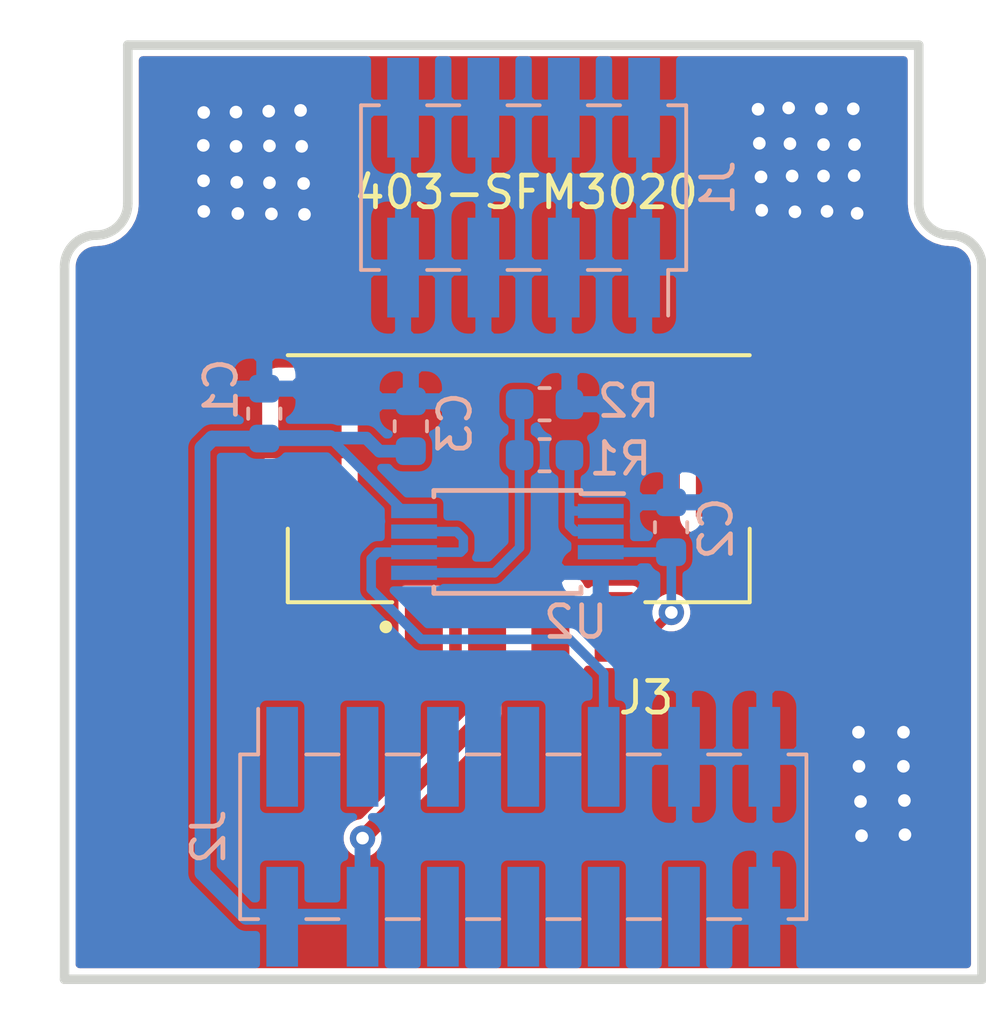
<source format=kicad_pcb>
(kicad_pcb (version 20171130) (host pcbnew 5.1.12-84ad8e8a86~92~ubuntu20.04.1)

  (general
    (thickness 1.6)
    (drawings 11)
    (tracks 90)
    (zones 0)
    (modules 9)
    (nets 15)
  )

  (page A4)
  (layers
    (0 F.Cu signal)
    (1 In1.Cu signal)
    (2 In2.Cu signal)
    (31 B.Cu signal)
    (32 B.Adhes user)
    (33 F.Adhes user)
    (34 B.Paste user)
    (35 F.Paste user)
    (36 B.SilkS user)
    (37 F.SilkS user)
    (38 B.Mask user)
    (39 F.Mask user)
    (40 Dwgs.User user)
    (41 Cmts.User user)
    (42 Eco1.User user)
    (43 Eco2.User user)
    (44 Edge.Cuts user)
    (45 Margin user)
    (46 B.CrtYd user)
    (47 F.CrtYd user)
    (48 B.Fab user hide)
    (49 F.Fab user hide)
  )

  (setup
    (last_trace_width 0.5)
    (user_trace_width 0.2)
    (user_trace_width 0.3)
    (user_trace_width 0.4)
    (user_trace_width 0.5)
    (user_trace_width 0.8)
    (user_trace_width 1)
    (user_trace_width 1.5)
    (user_trace_width 2)
    (user_trace_width 3)
    (trace_clearance 0.2)
    (zone_clearance 0.2)
    (zone_45_only yes)
    (trace_min 0.2)
    (via_size 0.8)
    (via_drill 0.4)
    (via_min_size 0.3)
    (via_min_drill 0.3)
    (user_via 0.6 0.3)
    (user_via 0.7 0.5)
    (user_via 1.2 0.8)
    (user_via 2 0.8)
    (uvia_size 0.8)
    (uvia_drill 0.4)
    (uvias_allowed no)
    (uvia_min_size 0.2)
    (uvia_min_drill 0.1)
    (edge_width 0.15)
    (segment_width 0.2)
    (pcb_text_width 0.3)
    (pcb_text_size 1.5 1.5)
    (mod_edge_width 0.15)
    (mod_text_size 1 1)
    (mod_text_width 0.15)
    (pad_size 2 4.2)
    (pad_drill 0)
    (pad_to_mask_clearance 0)
    (aux_axis_origin 0 0)
    (visible_elements FFFFFF7F)
    (pcbplotparams
      (layerselection 0x010fc_fffffff9)
      (usegerberextensions false)
      (usegerberattributes false)
      (usegerberadvancedattributes false)
      (creategerberjobfile false)
      (excludeedgelayer true)
      (linewidth 0.100000)
      (plotframeref false)
      (viasonmask false)
      (mode 1)
      (useauxorigin false)
      (hpglpennumber 1)
      (hpglpenspeed 20)
      (hpglpendiameter 15.000000)
      (psnegative false)
      (psa4output false)
      (plotreference true)
      (plotvalue false)
      (plotinvisibletext false)
      (padsonsilk false)
      (subtractmaskfromsilk false)
      (outputformat 1)
      (mirror false)
      (drillshape 0)
      (scaleselection 1)
      (outputdirectory "gerber/"))
  )

  (net 0 "")
  (net 1 GND)
  (net 2 "Net-(C2-Pad1)")
  (net 3 +5V)
  (net 4 +3V3)
  (net 5 /I2C_CLK)
  (net 6 /SPI_CS)
  (net 7 /I2C_SDA)
  (net 8 /SPI_CLK)
  (net 9 /Analog)
  (net 10 /SPI_MISO)
  (net 11 /SPI_MOSI)
  (net 12 "Net-(R1-Pad1)")
  (net 13 "Net-(R1-Pad2)")
  (net 14 "Net-(J3-Pad1)")

  (net_class Default "This is the default net class."
    (clearance 0.2)
    (trace_width 0.2)
    (via_dia 0.8)
    (via_drill 0.4)
    (uvia_dia 0.8)
    (uvia_drill 0.4)
    (add_net +3V3)
    (add_net +5V)
    (add_net /Analog)
    (add_net /I2C_CLK)
    (add_net /I2C_SDA)
    (add_net /SPI_CLK)
    (add_net /SPI_CS)
    (add_net /SPI_MISO)
    (add_net /SPI_MOSI)
    (add_net GND)
    (add_net "Net-(C2-Pad1)")
    (add_net "Net-(J3-Pad1)")
    (add_net "Net-(R1-Pad1)")
    (add_net "Net-(R1-Pad2)")
  )

  (module Capacitor_SMD:C_0603_1608Metric (layer B.Cu) (tedit 5B301BBE) (tstamp 5EF41D47)
    (at 104.76484 41.71686 90)
    (descr "Capacitor SMD 0603 (1608 Metric), square (rectangular) end terminal, IPC_7351 nominal, (Body size source: http://www.tortai-tech.com/upload/download/2011102023233369053.pdf), generated with kicad-footprint-generator")
    (tags capacitor)
    (path /5EF4B509)
    (attr smd)
    (fp_text reference C1 (at 0.76454 -1.36906 90) (layer B.SilkS)
      (effects (font (size 1 1) (thickness 0.15)) (justify mirror))
    )
    (fp_text value 0.1u (at 0 -1.43 90) (layer B.Fab)
      (effects (font (size 1 1) (thickness 0.15)) (justify mirror))
    )
    (fp_line (start -0.8 -0.4) (end -0.8 0.4) (layer B.Fab) (width 0.1))
    (fp_line (start -0.8 0.4) (end 0.8 0.4) (layer B.Fab) (width 0.1))
    (fp_line (start 0.8 0.4) (end 0.8 -0.4) (layer B.Fab) (width 0.1))
    (fp_line (start 0.8 -0.4) (end -0.8 -0.4) (layer B.Fab) (width 0.1))
    (fp_line (start -0.162779 0.51) (end 0.162779 0.51) (layer B.SilkS) (width 0.12))
    (fp_line (start -0.162779 -0.51) (end 0.162779 -0.51) (layer B.SilkS) (width 0.12))
    (fp_line (start -1.48 -0.73) (end -1.48 0.73) (layer B.CrtYd) (width 0.05))
    (fp_line (start -1.48 0.73) (end 1.48 0.73) (layer B.CrtYd) (width 0.05))
    (fp_line (start 1.48 0.73) (end 1.48 -0.73) (layer B.CrtYd) (width 0.05))
    (fp_line (start 1.48 -0.73) (end -1.48 -0.73) (layer B.CrtYd) (width 0.05))
    (fp_text user %R (at 0 0 90) (layer B.Fab)
      (effects (font (size 0.4 0.4) (thickness 0.06)) (justify mirror))
    )
    (pad 1 smd roundrect (at -0.7875 0 90) (size 0.875 0.95) (layers B.Cu B.Paste B.Mask) (roundrect_rratio 0.25)
      (net 3 +5V))
    (pad 2 smd roundrect (at 0.7875 0 90) (size 0.875 0.95) (layers B.Cu B.Paste B.Mask) (roundrect_rratio 0.25)
      (net 1 GND))
    (model ${KISYS3DMOD}/Capacitor_SMD.3dshapes/C_0603_1608Metric.wrl
      (at (xyz 0 0 0))
      (scale (xyz 1 1 1))
      (rotate (xyz 0 0 0))
    )
  )

  (module Capacitor_SMD:C_0603_1608Metric (layer B.Cu) (tedit 5B301BBE) (tstamp 5EFE74DE)
    (at 117.62232 45.30598 90)
    (descr "Capacitor SMD 0603 (1608 Metric), square (rectangular) end terminal, IPC_7351 nominal, (Body size source: http://www.tortai-tech.com/upload/download/2011102023233369053.pdf), generated with kicad-footprint-generator")
    (tags capacitor)
    (path /5EF4E99C)
    (attr smd)
    (fp_text reference C2 (at -0.04 1.42 90) (layer B.SilkS)
      (effects (font (size 1 1) (thickness 0.15)) (justify mirror))
    )
    (fp_text value 1n (at 0 -1.43 90) (layer B.Fab)
      (effects (font (size 1 1) (thickness 0.15)) (justify mirror))
    )
    (fp_line (start 1.48 -0.73) (end -1.48 -0.73) (layer B.CrtYd) (width 0.05))
    (fp_line (start 1.48 0.73) (end 1.48 -0.73) (layer B.CrtYd) (width 0.05))
    (fp_line (start -1.48 0.73) (end 1.48 0.73) (layer B.CrtYd) (width 0.05))
    (fp_line (start -1.48 -0.73) (end -1.48 0.73) (layer B.CrtYd) (width 0.05))
    (fp_line (start -0.162779 -0.51) (end 0.162779 -0.51) (layer B.SilkS) (width 0.12))
    (fp_line (start -0.162779 0.51) (end 0.162779 0.51) (layer B.SilkS) (width 0.12))
    (fp_line (start 0.8 -0.4) (end -0.8 -0.4) (layer B.Fab) (width 0.1))
    (fp_line (start 0.8 0.4) (end 0.8 -0.4) (layer B.Fab) (width 0.1))
    (fp_line (start -0.8 0.4) (end 0.8 0.4) (layer B.Fab) (width 0.1))
    (fp_line (start -0.8 -0.4) (end -0.8 0.4) (layer B.Fab) (width 0.1))
    (fp_text user %R (at 0 0 90) (layer B.Fab)
      (effects (font (size 0.4 0.4) (thickness 0.06)) (justify mirror))
    )
    (pad 2 smd roundrect (at 0.7875 0 90) (size 0.875 0.95) (layers B.Cu B.Paste B.Mask) (roundrect_rratio 0.25)
      (net 1 GND))
    (pad 1 smd roundrect (at -0.7875 0 90) (size 0.875 0.95) (layers B.Cu B.Paste B.Mask) (roundrect_rratio 0.25)
      (net 2 "Net-(C2-Pad1)"))
    (model ${KISYS3DMOD}/Capacitor_SMD.3dshapes/C_0603_1608Metric.wrl
      (at (xyz 0 0 0))
      (scale (xyz 1 1 1))
      (rotate (xyz 0 0 0))
    )
  )

  (module Resistor_SMD:R_0603_1608Metric (layer B.Cu) (tedit 5B301BBD) (tstamp 5F07E957)
    (at 113.62182 43.03014)
    (descr "Resistor SMD 0603 (1608 Metric), square (rectangular) end terminal, IPC_7351 nominal, (Body size source: http://www.tortai-tech.com/upload/download/2011102023233369053.pdf), generated with kicad-footprint-generator")
    (tags resistor)
    (path /5EF4514E)
    (attr smd)
    (fp_text reference R1 (at 2.39522 0.1143) (layer B.SilkS)
      (effects (font (size 1 1) (thickness 0.15)) (justify mirror))
    )
    (fp_text value 11k3 (at 0 -1.43) (layer B.Fab)
      (effects (font (size 1 1) (thickness 0.15)) (justify mirror))
    )
    (fp_line (start -0.8 -0.4) (end -0.8 0.4) (layer B.Fab) (width 0.1))
    (fp_line (start -0.8 0.4) (end 0.8 0.4) (layer B.Fab) (width 0.1))
    (fp_line (start 0.8 0.4) (end 0.8 -0.4) (layer B.Fab) (width 0.1))
    (fp_line (start 0.8 -0.4) (end -0.8 -0.4) (layer B.Fab) (width 0.1))
    (fp_line (start -0.162779 0.51) (end 0.162779 0.51) (layer B.SilkS) (width 0.12))
    (fp_line (start -0.162779 -0.51) (end 0.162779 -0.51) (layer B.SilkS) (width 0.12))
    (fp_line (start -1.48 -0.73) (end -1.48 0.73) (layer B.CrtYd) (width 0.05))
    (fp_line (start -1.48 0.73) (end 1.48 0.73) (layer B.CrtYd) (width 0.05))
    (fp_line (start 1.48 0.73) (end 1.48 -0.73) (layer B.CrtYd) (width 0.05))
    (fp_line (start 1.48 -0.73) (end -1.48 -0.73) (layer B.CrtYd) (width 0.05))
    (fp_text user %R (at 0 0) (layer B.Fab)
      (effects (font (size 0.4 0.4) (thickness 0.06)) (justify mirror))
    )
    (pad 1 smd roundrect (at -0.7875 0) (size 0.875 0.95) (layers B.Cu B.Paste B.Mask) (roundrect_rratio 0.25)
      (net 12 "Net-(R1-Pad1)"))
    (pad 2 smd roundrect (at 0.7875 0) (size 0.875 0.95) (layers B.Cu B.Paste B.Mask) (roundrect_rratio 0.25)
      (net 13 "Net-(R1-Pad2)"))
    (model ${KISYS3DMOD}/Resistor_SMD.3dshapes/R_0603_1608Metric.wrl
      (at (xyz 0 0 0))
      (scale (xyz 1 1 1))
      (rotate (xyz 0 0 0))
    )
  )

  (module Resistor_SMD:R_0603_1608Metric (layer B.Cu) (tedit 5B301BBD) (tstamp 5F07E987)
    (at 113.62182 41.41978)
    (descr "Resistor SMD 0603 (1608 Metric), square (rectangular) end terminal, IPC_7351 nominal, (Body size source: http://www.tortai-tech.com/upload/download/2011102023233369053.pdf), generated with kicad-footprint-generator")
    (tags resistor)
    (path /5EF45EC3)
    (attr smd)
    (fp_text reference R2 (at 2.65684 -0.1016) (layer B.SilkS)
      (effects (font (size 1 1) (thickness 0.15)) (justify mirror))
    )
    (fp_text value 22k (at 0 -1.43) (layer B.Fab)
      (effects (font (size 1 1) (thickness 0.15)) (justify mirror))
    )
    (fp_line (start 1.48 -0.73) (end -1.48 -0.73) (layer B.CrtYd) (width 0.05))
    (fp_line (start 1.48 0.73) (end 1.48 -0.73) (layer B.CrtYd) (width 0.05))
    (fp_line (start -1.48 0.73) (end 1.48 0.73) (layer B.CrtYd) (width 0.05))
    (fp_line (start -1.48 -0.73) (end -1.48 0.73) (layer B.CrtYd) (width 0.05))
    (fp_line (start -0.162779 -0.51) (end 0.162779 -0.51) (layer B.SilkS) (width 0.12))
    (fp_line (start -0.162779 0.51) (end 0.162779 0.51) (layer B.SilkS) (width 0.12))
    (fp_line (start 0.8 -0.4) (end -0.8 -0.4) (layer B.Fab) (width 0.1))
    (fp_line (start 0.8 0.4) (end 0.8 -0.4) (layer B.Fab) (width 0.1))
    (fp_line (start -0.8 0.4) (end 0.8 0.4) (layer B.Fab) (width 0.1))
    (fp_line (start -0.8 -0.4) (end -0.8 0.4) (layer B.Fab) (width 0.1))
    (fp_text user %R (at 0 0) (layer B.Fab)
      (effects (font (size 0.4 0.4) (thickness 0.06)) (justify mirror))
    )
    (pad 2 smd roundrect (at 0.7875 0) (size 0.875 0.95) (layers B.Cu B.Paste B.Mask) (roundrect_rratio 0.25)
      (net 1 GND))
    (pad 1 smd roundrect (at -0.7875 0) (size 0.875 0.95) (layers B.Cu B.Paste B.Mask) (roundrect_rratio 0.25)
      (net 12 "Net-(R1-Pad1)"))
    (model ${KISYS3DMOD}/Resistor_SMD.3dshapes/R_0603_1608Metric.wrl
      (at (xyz 0 0 0))
      (scale (xyz 1 1 1))
      (rotate (xyz 0 0 0))
    )
  )

  (module Connector_PinHeader_2.54mm:PinHeader_2x07_P2.54mm_Vertical_SMD (layer B.Cu) (tedit 59FED5CC) (tstamp 5EF49BE1)
    (at 112.95 55.08 270)
    (descr "surface-mounted straight pin header, 2x07, 2.54mm pitch, double rows")
    (tags "Surface mounted pin header SMD 2x07 2.54mm double row")
    (path /5EF420CD)
    (attr smd)
    (fp_text reference J2 (at 0 9.95 90) (layer B.SilkS)
      (effects (font (size 1 1) (thickness 0.15)) (justify mirror))
    )
    (fp_text value Conn_02x07_Odd_Even (at 0 -9.95 90) (layer B.Fab)
      (effects (font (size 1 1) (thickness 0.15)) (justify mirror))
    )
    (fp_line (start 2.54 -8.89) (end -2.54 -8.89) (layer B.Fab) (width 0.1))
    (fp_line (start -1.59 8.89) (end 2.54 8.89) (layer B.Fab) (width 0.1))
    (fp_line (start -2.54 -8.89) (end -2.54 7.94) (layer B.Fab) (width 0.1))
    (fp_line (start -2.54 7.94) (end -1.59 8.89) (layer B.Fab) (width 0.1))
    (fp_line (start 2.54 8.89) (end 2.54 -8.89) (layer B.Fab) (width 0.1))
    (fp_line (start -2.54 7.94) (end -3.6 7.94) (layer B.Fab) (width 0.1))
    (fp_line (start -3.6 7.94) (end -3.6 7.3) (layer B.Fab) (width 0.1))
    (fp_line (start -3.6 7.3) (end -2.54 7.3) (layer B.Fab) (width 0.1))
    (fp_line (start 2.54 7.94) (end 3.6 7.94) (layer B.Fab) (width 0.1))
    (fp_line (start 3.6 7.94) (end 3.6 7.3) (layer B.Fab) (width 0.1))
    (fp_line (start 3.6 7.3) (end 2.54 7.3) (layer B.Fab) (width 0.1))
    (fp_line (start -2.54 5.4) (end -3.6 5.4) (layer B.Fab) (width 0.1))
    (fp_line (start -3.6 5.4) (end -3.6 4.76) (layer B.Fab) (width 0.1))
    (fp_line (start -3.6 4.76) (end -2.54 4.76) (layer B.Fab) (width 0.1))
    (fp_line (start 2.54 5.4) (end 3.6 5.4) (layer B.Fab) (width 0.1))
    (fp_line (start 3.6 5.4) (end 3.6 4.76) (layer B.Fab) (width 0.1))
    (fp_line (start 3.6 4.76) (end 2.54 4.76) (layer B.Fab) (width 0.1))
    (fp_line (start -2.54 2.86) (end -3.6 2.86) (layer B.Fab) (width 0.1))
    (fp_line (start -3.6 2.86) (end -3.6 2.22) (layer B.Fab) (width 0.1))
    (fp_line (start -3.6 2.22) (end -2.54 2.22) (layer B.Fab) (width 0.1))
    (fp_line (start 2.54 2.86) (end 3.6 2.86) (layer B.Fab) (width 0.1))
    (fp_line (start 3.6 2.86) (end 3.6 2.22) (layer B.Fab) (width 0.1))
    (fp_line (start 3.6 2.22) (end 2.54 2.22) (layer B.Fab) (width 0.1))
    (fp_line (start -2.54 0.32) (end -3.6 0.32) (layer B.Fab) (width 0.1))
    (fp_line (start -3.6 0.32) (end -3.6 -0.32) (layer B.Fab) (width 0.1))
    (fp_line (start -3.6 -0.32) (end -2.54 -0.32) (layer B.Fab) (width 0.1))
    (fp_line (start 2.54 0.32) (end 3.6 0.32) (layer B.Fab) (width 0.1))
    (fp_line (start 3.6 0.32) (end 3.6 -0.32) (layer B.Fab) (width 0.1))
    (fp_line (start 3.6 -0.32) (end 2.54 -0.32) (layer B.Fab) (width 0.1))
    (fp_line (start -2.54 -2.22) (end -3.6 -2.22) (layer B.Fab) (width 0.1))
    (fp_line (start -3.6 -2.22) (end -3.6 -2.86) (layer B.Fab) (width 0.1))
    (fp_line (start -3.6 -2.86) (end -2.54 -2.86) (layer B.Fab) (width 0.1))
    (fp_line (start 2.54 -2.22) (end 3.6 -2.22) (layer B.Fab) (width 0.1))
    (fp_line (start 3.6 -2.22) (end 3.6 -2.86) (layer B.Fab) (width 0.1))
    (fp_line (start 3.6 -2.86) (end 2.54 -2.86) (layer B.Fab) (width 0.1))
    (fp_line (start -2.54 -4.76) (end -3.6 -4.76) (layer B.Fab) (width 0.1))
    (fp_line (start -3.6 -4.76) (end -3.6 -5.4) (layer B.Fab) (width 0.1))
    (fp_line (start -3.6 -5.4) (end -2.54 -5.4) (layer B.Fab) (width 0.1))
    (fp_line (start 2.54 -4.76) (end 3.6 -4.76) (layer B.Fab) (width 0.1))
    (fp_line (start 3.6 -4.76) (end 3.6 -5.4) (layer B.Fab) (width 0.1))
    (fp_line (start 3.6 -5.4) (end 2.54 -5.4) (layer B.Fab) (width 0.1))
    (fp_line (start -2.54 -7.3) (end -3.6 -7.3) (layer B.Fab) (width 0.1))
    (fp_line (start -3.6 -7.3) (end -3.6 -7.94) (layer B.Fab) (width 0.1))
    (fp_line (start -3.6 -7.94) (end -2.54 -7.94) (layer B.Fab) (width 0.1))
    (fp_line (start 2.54 -7.3) (end 3.6 -7.3) (layer B.Fab) (width 0.1))
    (fp_line (start 3.6 -7.3) (end 3.6 -7.94) (layer B.Fab) (width 0.1))
    (fp_line (start 3.6 -7.94) (end 2.54 -7.94) (layer B.Fab) (width 0.1))
    (fp_line (start -2.6 8.95) (end 2.6 8.95) (layer B.SilkS) (width 0.12))
    (fp_line (start -2.6 -8.95) (end 2.6 -8.95) (layer B.SilkS) (width 0.12))
    (fp_line (start -4.04 8.38) (end -2.6 8.38) (layer B.SilkS) (width 0.12))
    (fp_line (start -2.6 8.95) (end -2.6 8.38) (layer B.SilkS) (width 0.12))
    (fp_line (start 2.6 8.95) (end 2.6 8.38) (layer B.SilkS) (width 0.12))
    (fp_line (start -2.6 -8.38) (end -2.6 -8.95) (layer B.SilkS) (width 0.12))
    (fp_line (start 2.6 -8.38) (end 2.6 -8.95) (layer B.SilkS) (width 0.12))
    (fp_line (start -2.6 6.86) (end -2.6 5.84) (layer B.SilkS) (width 0.12))
    (fp_line (start 2.6 6.86) (end 2.6 5.84) (layer B.SilkS) (width 0.12))
    (fp_line (start -2.6 4.32) (end -2.6 3.3) (layer B.SilkS) (width 0.12))
    (fp_line (start 2.6 4.32) (end 2.6 3.3) (layer B.SilkS) (width 0.12))
    (fp_line (start -2.6 1.78) (end -2.6 0.76) (layer B.SilkS) (width 0.12))
    (fp_line (start 2.6 1.78) (end 2.6 0.76) (layer B.SilkS) (width 0.12))
    (fp_line (start -2.6 -0.76) (end -2.6 -1.78) (layer B.SilkS) (width 0.12))
    (fp_line (start 2.6 -0.76) (end 2.6 -1.78) (layer B.SilkS) (width 0.12))
    (fp_line (start -2.6 -3.3) (end -2.6 -4.32) (layer B.SilkS) (width 0.12))
    (fp_line (start 2.6 -3.3) (end 2.6 -4.32) (layer B.SilkS) (width 0.12))
    (fp_line (start -2.6 -5.84) (end -2.6 -6.86) (layer B.SilkS) (width 0.12))
    (fp_line (start 2.6 -5.84) (end 2.6 -6.86) (layer B.SilkS) (width 0.12))
    (fp_line (start -5.9 9.4) (end -5.9 -9.4) (layer B.CrtYd) (width 0.05))
    (fp_line (start -5.9 -9.4) (end 5.9 -9.4) (layer B.CrtYd) (width 0.05))
    (fp_line (start 5.9 -9.4) (end 5.9 9.4) (layer B.CrtYd) (width 0.05))
    (fp_line (start 5.9 9.4) (end -5.9 9.4) (layer B.CrtYd) (width 0.05))
    (fp_text user %R (at 0 0 180) (layer B.Fab)
      (effects (font (size 1 1) (thickness 0.15)) (justify mirror))
    )
    (pad 1 smd rect (at -2.525 7.62 270) (size 3.15 1) (layers B.Cu B.Paste B.Mask)
      (net 4 +3V3))
    (pad 2 smd rect (at 2.525 7.62 270) (size 3.15 1) (layers B.Cu B.Paste B.Mask)
      (net 3 +5V))
    (pad 3 smd rect (at -2.525 5.08 270) (size 3.15 1) (layers B.Cu B.Paste B.Mask)
      (net 4 +3V3))
    (pad 4 smd rect (at 2.525 5.08 270) (size 3.15 1) (layers B.Cu B.Paste B.Mask)
      (net 3 +5V))
    (pad 5 smd rect (at -2.525 2.54 270) (size 3.15 1) (layers B.Cu B.Paste B.Mask)
      (net 5 /I2C_CLK))
    (pad 6 smd rect (at 2.525 2.54 270) (size 3.15 1) (layers B.Cu B.Paste B.Mask)
      (net 6 /SPI_CS))
    (pad 7 smd rect (at -2.525 0 270) (size 3.15 1) (layers B.Cu B.Paste B.Mask)
      (net 7 /I2C_SDA))
    (pad 8 smd rect (at 2.525 0 270) (size 3.15 1) (layers B.Cu B.Paste B.Mask)
      (net 8 /SPI_CLK))
    (pad 9 smd rect (at -2.525 -2.54 270) (size 3.15 1) (layers B.Cu B.Paste B.Mask)
      (net 9 /Analog))
    (pad 10 smd rect (at 2.525 -2.54 270) (size 3.15 1) (layers B.Cu B.Paste B.Mask)
      (net 10 /SPI_MISO))
    (pad 11 smd rect (at -2.525 -5.08 270) (size 3.15 1) (layers B.Cu B.Paste B.Mask)
      (net 1 GND))
    (pad 12 smd rect (at 2.525 -5.08 270) (size 3.15 1) (layers B.Cu B.Paste B.Mask)
      (net 11 /SPI_MOSI))
    (pad 13 smd rect (at -2.525 -7.62 270) (size 3.15 1) (layers B.Cu B.Paste B.Mask)
      (net 1 GND))
    (pad 14 smd rect (at 2.525 -7.62 270) (size 3.15 1) (layers B.Cu B.Paste B.Mask)
      (net 1 GND))
    (model ${KISYS3DMOD}/Connector_PinHeader_2.54mm.3dshapes/PinHeader_2x07_P2.54mm_Vertical_SMD.wrl
      (at (xyz 0 0 0))
      (scale (xyz 1 1 1))
      (rotate (xyz 0 0 0))
    )
  )

  (module Connector_PinHeader_2.54mm:PinHeader_2x04_P2.54mm_Vertical_SMD locked (layer B.Cu) (tedit 59FED5CC) (tstamp 5EF49E0D)
    (at 112.96 34.58 90)
    (descr "surface-mounted straight pin header, 2x04, 2.54mm pitch, double rows")
    (tags "Surface mounted pin header SMD 2x04 2.54mm double row")
    (path /5EF3F442)
    (attr smd)
    (fp_text reference J1 (at 0 6.14 90) (layer B.SilkS)
      (effects (font (size 1 1) (thickness 0.15)) (justify mirror))
    )
    (fp_text value Conn_02x04_Odd_Even (at 0 -6.14 90) (layer B.Fab)
      (effects (font (size 1 1) (thickness 0.15)) (justify mirror))
    )
    (fp_line (start 2.54 -5.08) (end -2.54 -5.08) (layer B.Fab) (width 0.1))
    (fp_line (start -1.59 5.08) (end 2.54 5.08) (layer B.Fab) (width 0.1))
    (fp_line (start -2.54 -5.08) (end -2.54 4.13) (layer B.Fab) (width 0.1))
    (fp_line (start -2.54 4.13) (end -1.59 5.08) (layer B.Fab) (width 0.1))
    (fp_line (start 2.54 5.08) (end 2.54 -5.08) (layer B.Fab) (width 0.1))
    (fp_line (start -2.54 4.13) (end -3.6 4.13) (layer B.Fab) (width 0.1))
    (fp_line (start -3.6 4.13) (end -3.6 3.49) (layer B.Fab) (width 0.1))
    (fp_line (start -3.6 3.49) (end -2.54 3.49) (layer B.Fab) (width 0.1))
    (fp_line (start 2.54 4.13) (end 3.6 4.13) (layer B.Fab) (width 0.1))
    (fp_line (start 3.6 4.13) (end 3.6 3.49) (layer B.Fab) (width 0.1))
    (fp_line (start 3.6 3.49) (end 2.54 3.49) (layer B.Fab) (width 0.1))
    (fp_line (start -2.54 1.59) (end -3.6 1.59) (layer B.Fab) (width 0.1))
    (fp_line (start -3.6 1.59) (end -3.6 0.95) (layer B.Fab) (width 0.1))
    (fp_line (start -3.6 0.95) (end -2.54 0.95) (layer B.Fab) (width 0.1))
    (fp_line (start 2.54 1.59) (end 3.6 1.59) (layer B.Fab) (width 0.1))
    (fp_line (start 3.6 1.59) (end 3.6 0.95) (layer B.Fab) (width 0.1))
    (fp_line (start 3.6 0.95) (end 2.54 0.95) (layer B.Fab) (width 0.1))
    (fp_line (start -2.54 -0.95) (end -3.6 -0.95) (layer B.Fab) (width 0.1))
    (fp_line (start -3.6 -0.95) (end -3.6 -1.59) (layer B.Fab) (width 0.1))
    (fp_line (start -3.6 -1.59) (end -2.54 -1.59) (layer B.Fab) (width 0.1))
    (fp_line (start 2.54 -0.95) (end 3.6 -0.95) (layer B.Fab) (width 0.1))
    (fp_line (start 3.6 -0.95) (end 3.6 -1.59) (layer B.Fab) (width 0.1))
    (fp_line (start 3.6 -1.59) (end 2.54 -1.59) (layer B.Fab) (width 0.1))
    (fp_line (start -2.54 -3.49) (end -3.6 -3.49) (layer B.Fab) (width 0.1))
    (fp_line (start -3.6 -3.49) (end -3.6 -4.13) (layer B.Fab) (width 0.1))
    (fp_line (start -3.6 -4.13) (end -2.54 -4.13) (layer B.Fab) (width 0.1))
    (fp_line (start 2.54 -3.49) (end 3.6 -3.49) (layer B.Fab) (width 0.1))
    (fp_line (start 3.6 -3.49) (end 3.6 -4.13) (layer B.Fab) (width 0.1))
    (fp_line (start 3.6 -4.13) (end 2.54 -4.13) (layer B.Fab) (width 0.1))
    (fp_line (start -2.6 5.14) (end 2.6 5.14) (layer B.SilkS) (width 0.12))
    (fp_line (start -2.6 -5.14) (end 2.6 -5.14) (layer B.SilkS) (width 0.12))
    (fp_line (start -4.04 4.57) (end -2.6 4.57) (layer B.SilkS) (width 0.12))
    (fp_line (start -2.6 5.14) (end -2.6 4.57) (layer B.SilkS) (width 0.12))
    (fp_line (start 2.6 5.14) (end 2.6 4.57) (layer B.SilkS) (width 0.12))
    (fp_line (start -2.6 -4.57) (end -2.6 -5.14) (layer B.SilkS) (width 0.12))
    (fp_line (start 2.6 -4.57) (end 2.6 -5.14) (layer B.SilkS) (width 0.12))
    (fp_line (start -2.6 3.05) (end -2.6 2.03) (layer B.SilkS) (width 0.12))
    (fp_line (start 2.6 3.05) (end 2.6 2.03) (layer B.SilkS) (width 0.12))
    (fp_line (start -2.6 0.51) (end -2.6 -0.51) (layer B.SilkS) (width 0.12))
    (fp_line (start 2.6 0.51) (end 2.6 -0.51) (layer B.SilkS) (width 0.12))
    (fp_line (start -2.6 -2.03) (end -2.6 -3.05) (layer B.SilkS) (width 0.12))
    (fp_line (start 2.6 -2.03) (end 2.6 -3.05) (layer B.SilkS) (width 0.12))
    (fp_line (start -5.9 5.6) (end -5.9 -5.6) (layer B.CrtYd) (width 0.05))
    (fp_line (start -5.9 -5.6) (end 5.9 -5.6) (layer B.CrtYd) (width 0.05))
    (fp_line (start 5.9 -5.6) (end 5.9 5.6) (layer B.CrtYd) (width 0.05))
    (fp_line (start 5.9 5.6) (end -5.9 5.6) (layer B.CrtYd) (width 0.05))
    (fp_text user %R (at 0 0 180) (layer B.Fab)
      (effects (font (size 1 1) (thickness 0.15)) (justify mirror))
    )
    (pad 1 smd rect (at -2.525 3.81 90) (size 3.15 1) (layers B.Cu B.Paste B.Mask)
      (net 1 GND))
    (pad 2 smd rect (at 2.525 3.81 90) (size 3.15 1) (layers B.Cu B.Paste B.Mask)
      (net 1 GND))
    (pad 3 smd rect (at -2.525 1.27 90) (size 3.15 1) (layers B.Cu B.Paste B.Mask)
      (net 1 GND))
    (pad 4 smd rect (at 2.525 1.27 90) (size 3.15 1) (layers B.Cu B.Paste B.Mask)
      (net 1 GND))
    (pad 5 smd rect (at -2.525 -1.27 90) (size 3.15 1) (layers B.Cu B.Paste B.Mask)
      (net 1 GND))
    (pad 6 smd rect (at 2.525 -1.27 90) (size 3.15 1) (layers B.Cu B.Paste B.Mask)
      (net 1 GND))
    (pad 7 smd rect (at -2.525 -3.81 90) (size 3.15 1) (layers B.Cu B.Paste B.Mask)
      (net 1 GND))
    (pad 8 smd rect (at 2.525 -3.81 90) (size 3.15 1) (layers B.Cu B.Paste B.Mask)
      (net 1 GND))
    (model ${KISYS3DMOD}/Connector_PinHeader_2.54mm.3dshapes/PinHeader_2x04_P2.54mm_Vertical_SMD.wrl
      (at (xyz 0 0 0))
      (scale (xyz 1 1 1))
      (rotate (xyz 0 0 0))
    )
  )

  (module Package_SO:TSSOP-8_4.4x3mm_P0.65mm (layer B.Cu) (tedit 5A02F25C) (tstamp 5F07E9C6)
    (at 112.44834 45.76826 180)
    (descr "8-Lead Plastic Thin Shrink Small Outline (ST)-4.4 mm Body [TSSOP] (see Microchip Packaging Specification 00000049BS.pdf)")
    (tags "SSOP 0.65")
    (path /5EFE46C6)
    (attr smd)
    (fp_text reference U2 (at -2.15646 -2.52984) (layer B.SilkS)
      (effects (font (size 1 1) (thickness 0.15)) (justify mirror))
    )
    (fp_text value LM358 (at 0 -2.55) (layer B.Fab)
      (effects (font (size 1 1) (thickness 0.15)) (justify mirror))
    )
    (fp_line (start -1.2 1.5) (end 2.2 1.5) (layer B.Fab) (width 0.15))
    (fp_line (start 2.2 1.5) (end 2.2 -1.5) (layer B.Fab) (width 0.15))
    (fp_line (start 2.2 -1.5) (end -2.2 -1.5) (layer B.Fab) (width 0.15))
    (fp_line (start -2.2 -1.5) (end -2.2 0.5) (layer B.Fab) (width 0.15))
    (fp_line (start -2.2 0.5) (end -1.2 1.5) (layer B.Fab) (width 0.15))
    (fp_line (start -3.95 1.8) (end -3.95 -1.8) (layer B.CrtYd) (width 0.05))
    (fp_line (start 3.95 1.8) (end 3.95 -1.8) (layer B.CrtYd) (width 0.05))
    (fp_line (start -3.95 1.8) (end 3.95 1.8) (layer B.CrtYd) (width 0.05))
    (fp_line (start -3.95 -1.8) (end 3.95 -1.8) (layer B.CrtYd) (width 0.05))
    (fp_line (start -2.325 1.625) (end -2.325 1.525) (layer B.SilkS) (width 0.15))
    (fp_line (start 2.325 1.625) (end 2.325 1.425) (layer B.SilkS) (width 0.15))
    (fp_line (start 2.325 -1.625) (end 2.325 -1.425) (layer B.SilkS) (width 0.15))
    (fp_line (start -2.325 -1.625) (end -2.325 -1.425) (layer B.SilkS) (width 0.15))
    (fp_line (start -2.325 1.625) (end 2.325 1.625) (layer B.SilkS) (width 0.15))
    (fp_line (start -2.325 -1.625) (end 2.325 -1.625) (layer B.SilkS) (width 0.15))
    (fp_line (start -2.325 1.525) (end -3.675 1.525) (layer B.SilkS) (width 0.15))
    (fp_text user %R (at 0 0) (layer B.Fab)
      (effects (font (size 0.7 0.7) (thickness 0.15)) (justify mirror))
    )
    (pad 1 smd rect (at -2.95 0.975 180) (size 1.45 0.45) (layers B.Cu B.Paste B.Mask)
      (net 13 "Net-(R1-Pad2)"))
    (pad 2 smd rect (at -2.95 0.325 180) (size 1.45 0.45) (layers B.Cu B.Paste B.Mask)
      (net 13 "Net-(R1-Pad2)"))
    (pad 3 smd rect (at -2.95 -0.325 180) (size 1.45 0.45) (layers B.Cu B.Paste B.Mask)
      (net 2 "Net-(C2-Pad1)"))
    (pad 4 smd rect (at -2.95 -0.975 180) (size 1.45 0.45) (layers B.Cu B.Paste B.Mask)
      (net 1 GND))
    (pad 5 smd rect (at 2.95 -0.975 180) (size 1.45 0.45) (layers B.Cu B.Paste B.Mask)
      (net 12 "Net-(R1-Pad1)"))
    (pad 6 smd rect (at 2.95 -0.325 180) (size 1.45 0.45) (layers B.Cu B.Paste B.Mask)
      (net 9 /Analog))
    (pad 7 smd rect (at 2.95 0.325 180) (size 1.45 0.45) (layers B.Cu B.Paste B.Mask)
      (net 9 /Analog))
    (pad 8 smd rect (at 2.95 0.975 180) (size 1.45 0.45) (layers B.Cu B.Paste B.Mask)
      (net 3 +5V))
    (model ${KISYS3DMOD}/Package_SO.3dshapes/TSSOP-8_4.4x3mm_P0.65mm.wrl
      (at (xyz 0 0 0))
      (scale (xyz 1 1 1))
      (rotate (xyz 0 0 0))
    )
  )

  (module Capacitor_SMD:C_0603_1608Metric (layer B.Cu) (tedit 5B301BBE) (tstamp 5F07E424)
    (at 109.39526 42.11574 90)
    (descr "Capacitor SMD 0603 (1608 Metric), square (rectangular) end terminal, IPC_7351 nominal, (Body size source: http://www.tortai-tech.com/upload/download/2011102023233369053.pdf), generated with kicad-footprint-generator")
    (tags capacitor)
    (path /5F080BFC)
    (attr smd)
    (fp_text reference C3 (at 0.09398 1.39446 90) (layer B.SilkS)
      (effects (font (size 1 1) (thickness 0.15)) (justify mirror))
    )
    (fp_text value 0.1u (at 0 -1.43 90) (layer B.Fab)
      (effects (font (size 1 1) (thickness 0.15)) (justify mirror))
    )
    (fp_line (start -0.8 -0.4) (end -0.8 0.4) (layer B.Fab) (width 0.1))
    (fp_line (start -0.8 0.4) (end 0.8 0.4) (layer B.Fab) (width 0.1))
    (fp_line (start 0.8 0.4) (end 0.8 -0.4) (layer B.Fab) (width 0.1))
    (fp_line (start 0.8 -0.4) (end -0.8 -0.4) (layer B.Fab) (width 0.1))
    (fp_line (start -0.162779 0.51) (end 0.162779 0.51) (layer B.SilkS) (width 0.12))
    (fp_line (start -0.162779 -0.51) (end 0.162779 -0.51) (layer B.SilkS) (width 0.12))
    (fp_line (start -1.48 -0.73) (end -1.48 0.73) (layer B.CrtYd) (width 0.05))
    (fp_line (start -1.48 0.73) (end 1.48 0.73) (layer B.CrtYd) (width 0.05))
    (fp_line (start 1.48 0.73) (end 1.48 -0.73) (layer B.CrtYd) (width 0.05))
    (fp_line (start 1.48 -0.73) (end -1.48 -0.73) (layer B.CrtYd) (width 0.05))
    (fp_text user %R (at 0 0 90) (layer B.Fab)
      (effects (font (size 0.4 0.4) (thickness 0.06)) (justify mirror))
    )
    (pad 1 smd roundrect (at -0.7875 0 90) (size 0.875 0.95) (layers B.Cu B.Paste B.Mask) (roundrect_rratio 0.25)
      (net 3 +5V))
    (pad 2 smd roundrect (at 0.7875 0 90) (size 0.875 0.95) (layers B.Cu B.Paste B.Mask) (roundrect_rratio 0.25)
      (net 1 GND))
    (model ${KISYS3DMOD}/Capacitor_SMD.3dshapes/C_0603_1608Metric.wrl
      (at (xyz 0 0 0))
      (scale (xyz 1 1 1))
      (rotate (xyz 0 0 0))
    )
  )

  (module SMD_project:MOLEX_5600200430 (layer F.Cu) (tedit 61F9F711) (tstamp 61F9F1CE)
    (at 112.80648 44.44746 180)
    (path /61FAF9A7)
    (fp_text reference J3 (at -4.025 -6.24) (layer F.SilkS)
      (effects (font (size 1 1) (thickness 0.15)))
    )
    (fp_text value Conn_01x05_Female (at 2.96 5.83) (layer F.Fab)
      (effects (font (size 1 1) (thickness 0.15)))
    )
    (fp_line (start -3.85 -5.355) (end -3.85 -3.475) (layer F.CrtYd) (width 0.05))
    (fp_line (start 3.85 -5.355) (end -3.85 -5.355) (layer F.CrtYd) (width 0.05))
    (fp_line (start 3.85 -3.475) (end 3.85 -5.355) (layer F.CrtYd) (width 0.05))
    (fp_line (start 7.85 -3.475) (end 3.85 -3.475) (layer F.CrtYd) (width 0.05))
    (fp_line (start 7.85 4.825) (end 7.85 -3.475) (layer F.CrtYd) (width 0.05))
    (fp_line (start -7.85 4.825) (end 7.85 4.825) (layer F.CrtYd) (width 0.05))
    (fp_line (start -7.85 -3.475) (end -7.85 4.825) (layer F.CrtYd) (width 0.05))
    (fp_line (start -3.85 -3.475) (end -7.85 -3.475) (layer F.CrtYd) (width 0.05))
    (fp_line (start 7.3 4.575) (end -7.3 4.575) (layer F.SilkS) (width 0.127))
    (fp_line (start 7.3 -3.225) (end 7.3 -0.905) (layer F.SilkS) (width 0.127))
    (fp_line (start 4 -3.225) (end 7.3 -3.225) (layer F.SilkS) (width 0.127))
    (fp_line (start -7.3 -3.225) (end -4 -3.225) (layer F.SilkS) (width 0.127))
    (fp_line (start -7.3 -0.905) (end -7.3 -3.225) (layer F.SilkS) (width 0.127))
    (fp_line (start 7.3 -3.225) (end -7.3 -3.225) (layer F.Fab) (width 0.127))
    (fp_line (start 7.3 4.575) (end 7.3 -3.225) (layer F.Fab) (width 0.127))
    (fp_line (start -7.3 4.575) (end 7.3 4.575) (layer F.Fab) (width 0.127))
    (fp_line (start -7.3 -3.225) (end -7.3 4.575) (layer F.Fab) (width 0.127))
    (fp_circle (center 4.2 -4.005) (end 4.3 -4.005) (layer F.Fab) (width 0.2))
    (fp_circle (center 4.2 -4.005) (end 4.3 -4.005) (layer F.SilkS) (width 0.2))
    (pad 1 smd rect (at 3 -4.005 180) (size 1.2 2.2) (layers F.Cu F.Paste F.Mask)
      (net 14 "Net-(J3-Pad1)"))
    (pad 2 smd rect (at 1 -4.005 180) (size 1.2 2.2) (layers F.Cu F.Paste F.Mask)
      (net 3 +5V))
    (pad 3 smd rect (at -1 -4.005 180) (size 1.2 2.2) (layers F.Cu F.Paste F.Mask)
      (net 1 GND))
    (pad 4 smd rect (at -3 -4.005 180) (size 1.2 2.2) (layers F.Cu F.Paste F.Mask)
      (net 2 "Net-(C2-Pad1)"))
    (pad S1 smd rect (at -6.6 1.575 180) (size 2 4.2) (layers F.Cu F.Paste F.Mask)
      (net 1 GND))
    (pad S2 smd rect (at 6.6 1.575 180) (size 2 4.2) (layers F.Cu F.Paste F.Mask)
      (net 1 GND))
    (model ${KIPRJMOD}/../kicad-modules/shapes3d/5600200430.step
      (offset (xyz 0 0 3))
      (scale (xyz 1 1 1))
      (rotate (xyz -90 0 0))
    )
  )

  (gr_text 403-SFM3020 (at 113.04 34.73) (layer F.SilkS)
    (effects (font (size 1 1) (thickness 0.15)))
  )
  (gr_arc (start 99.45 35.08) (end 99.45 36.08) (angle -90) (layer Edge.Cuts) (width 0.3) (tstamp 5EF415DC))
  (gr_arc (start 99.45 37.08) (end 99.45 36.08) (angle -90) (layer Edge.Cuts) (width 0.3) (tstamp 5EF415DB))
  (gr_line (start 100.45 35.08) (end 100.45 30.08) (layer Edge.Cuts) (width 0.3) (tstamp 5EF415DA))
  (gr_line (start 98.45 37.08) (end 98.45 59.58) (layer Edge.Cuts) (width 0.3) (tstamp 5EF415D9))
  (gr_line (start 100.45 30.08) (end 125.45 30.08) (layer Edge.Cuts) (width 0.3) (tstamp 5EF415D8))
  (gr_line (start 125.45 30.08) (end 125.45 35.08) (layer Edge.Cuts) (width 0.3) (tstamp 5EF415D7))
  (gr_arc (start 126.45 35.08) (end 125.45 35.08) (angle -90) (layer Edge.Cuts) (width 0.3) (tstamp 5EF415D6))
  (gr_arc (start 126.45 37.08) (end 127.45 37.08) (angle -90) (layer Edge.Cuts) (width 0.3) (tstamp 5EF415D5))
  (gr_line (start 127.45 37.08) (end 127.45 59.58) (layer Edge.Cuts) (width 0.3) (tstamp 5EF415D4))
  (gr_line (start 127.45 59.58) (end 98.45 59.58) (layer Edge.Cuts) (width 0.3) (tstamp 5EF415D3))

  (via (at 102.84968 32.2072) (size 0.8) (drill 0.4) (layers F.Cu B.Cu) (net 1))
  (via (at 103.86822 32.1945) (size 0.8) (drill 0.4) (layers F.Cu B.Cu) (net 1))
  (via (at 104.90454 32.16656) (size 0.8) (drill 0.4) (layers F.Cu B.Cu) (net 1))
  (via (at 105.91038 32.14116) (size 0.8) (drill 0.4) (layers F.Cu B.Cu) (net 1))
  (via (at 102.83698 33.24606) (size 0.8) (drill 0.4) (layers F.Cu B.Cu) (net 1))
  (via (at 103.87076 33.27654) (size 0.8) (drill 0.4) (layers F.Cu B.Cu) (net 1))
  (via (at 104.9274 33.2613) (size 0.8) (drill 0.4) (layers F.Cu B.Cu) (net 1))
  (via (at 105.94594 33.27654) (size 0.8) (drill 0.4) (layers F.Cu B.Cu) (net 1))
  (via (at 102.8446 34.36366) (size 0.8) (drill 0.4) (layers F.Cu B.Cu) (net 1))
  (via (at 103.89362 34.41192) (size 0.8) (drill 0.4) (layers F.Cu B.Cu) (net 1))
  (via (at 104.9274 34.42716) (size 0.8) (drill 0.4) (layers F.Cu B.Cu) (net 1))
  (via (at 106.0069 34.45002) (size 0.8) (drill 0.4) (layers F.Cu B.Cu) (net 1))
  (via (at 120.3706 32.1056) (size 0.8) (drill 0.4) (layers F.Cu B.Cu) (net 1))
  (via (at 121.33834 32.06496) (size 0.8) (drill 0.4) (layers F.Cu B.Cu) (net 1))
  (via (at 122.37212 32.09036) (size 0.8) (drill 0.4) (layers F.Cu B.Cu) (net 1))
  (via (at 123.3805 32.09036) (size 0.8) (drill 0.4) (layers F.Cu B.Cu) (net 1))
  (via (at 120.41124 33.18002) (size 0.8) (drill 0.4) (layers F.Cu B.Cu) (net 1))
  (via (at 121.37898 33.19272) (size 0.8) (drill 0.4) (layers F.Cu B.Cu) (net 1))
  (via (at 122.4407 33.22066) (size 0.8) (drill 0.4) (layers F.Cu B.Cu) (net 1))
  (via (at 123.42114 33.22066) (size 0.8) (drill 0.4) (layers F.Cu B.Cu) (net 1))
  (via (at 120.46458 34.24174) (size 0.8) (drill 0.4) (layers F.Cu B.Cu) (net 1))
  (via (at 121.44756 34.2138) (size 0.8) (drill 0.4) (layers F.Cu B.Cu) (net 1))
  (via (at 122.4407 34.2138) (size 0.8) (drill 0.4) (layers F.Cu B.Cu) (net 1))
  (via (at 123.40844 34.2011) (size 0.8) (drill 0.4) (layers F.Cu B.Cu) (net 1))
  (via (at 123.5456 51.7779) (size 0.8) (drill 0.4) (layers F.Cu B.Cu) (net 1))
  (via (at 124.968 51.7779) (size 0.8) (drill 0.4) (layers F.Cu B.Cu) (net 1))
  (via (at 123.56084 52.85486) (size 0.8) (drill 0.4) (layers F.Cu B.Cu) (net 1))
  (via (at 124.96546 52.85486) (size 0.8) (drill 0.4) (layers F.Cu B.Cu) (net 1))
  (via (at 123.6091 53.96738) (size 0.8) (drill 0.4) (layers F.Cu B.Cu) (net 1))
  (via (at 124.99594 53.93436) (size 0.8) (drill 0.4) (layers F.Cu B.Cu) (net 1))
  (via (at 123.64212 55.04688) (size 0.8) (drill 0.4) (layers F.Cu B.Cu) (net 1))
  (via (at 125.01372 55.01386) (size 0.8) (drill 0.4) (layers F.Cu B.Cu) (net 1))
  (via (at 102.85222 35.3314) (size 0.8) (drill 0.4) (layers F.Cu B.Cu) (net 1))
  (via (at 103.92664 35.39744) (size 0.8) (drill 0.4) (layers F.Cu B.Cu) (net 1))
  (via (at 104.98836 35.41014) (size 0.8) (drill 0.4) (layers F.Cu B.Cu) (net 1))
  (via (at 106.03484 35.42538) (size 0.8) (drill 0.4) (layers F.Cu B.Cu) (net 1))
  (via (at 120.48744 35.29584) (size 0.8) (drill 0.4) (layers F.Cu B.Cu) (net 1))
  (via (at 121.53646 35.3441) (size 0.8) (drill 0.4) (layers F.Cu B.Cu) (net 1))
  (via (at 122.54992 35.32886) (size 0.8) (drill 0.4) (layers F.Cu B.Cu) (net 1))
  (via (at 123.50242 35.39236) (size 0.8) (drill 0.4) (layers F.Cu B.Cu) (net 1))
  (segment (start 117.6221 46.09326) (end 117.62232 46.09348) (width 0.3) (layer B.Cu) (net 2))
  (segment (start 115.39834 46.09326) (end 117.6221 46.09326) (width 0.3) (layer B.Cu) (net 2))
  (via (at 117.62994 47.99584) (size 0.8) (drill 0.4) (layers F.Cu B.Cu) (net 2))
  (segment (start 117.17332 48.45246) (end 117.62994 47.99584) (width 0.3) (layer F.Cu) (net 2))
  (segment (start 115.80648 48.45246) (end 117.17332 48.45246) (width 0.3) (layer F.Cu) (net 2))
  (segment (start 117.62994 46.1011) (end 117.62232 46.09348) (width 0.3) (layer B.Cu) (net 2))
  (segment (start 117.62994 47.99584) (end 117.62994 46.1011) (width 0.3) (layer B.Cu) (net 2))
  (segment (start 107.87 57.605) (end 105.33 57.605) (width 0.5) (layer B.Cu) (net 3))
  (segment (start 105.33 57.605) (end 104.19622 57.605) (width 0.5) (layer B.Cu) (net 3))
  (segment (start 104.19622 57.605) (end 102.81158 56.22036) (width 0.5) (layer B.Cu) (net 3))
  (segment (start 102.81158 56.22036) (end 102.81158 42.80662) (width 0.5) (layer B.Cu) (net 3))
  (segment (start 102.81158 42.80662) (end 103.0224 42.5958) (width 0.5) (layer B.Cu) (net 3))
  (segment (start 104.7792 42.49) (end 104.76484 42.50436) (width 0.5) (layer B.Cu) (net 3))
  (segment (start 106.845 42.49) (end 104.7792 42.49) (width 0.5) (layer B.Cu) (net 3))
  (segment (start 103.11384 42.50436) (end 102.81158 42.80662) (width 0.5) (layer B.Cu) (net 3))
  (segment (start 104.76484 42.50436) (end 103.11384 42.50436) (width 0.5) (layer B.Cu) (net 3))
  (segment (start 109.14826 44.79326) (end 106.845 42.49) (width 0.3) (layer B.Cu) (net 3))
  (segment (start 109.49834 44.79326) (end 109.14826 44.79326) (width 0.3) (layer B.Cu) (net 3))
  (segment (start 109.39526 42.90324) (end 108.40222 42.90324) (width 0.4) (layer B.Cu) (net 3))
  (segment (start 107.98898 42.49) (end 106.845 42.49) (width 0.4) (layer B.Cu) (net 3))
  (segment (start 108.40222 42.90324) (end 107.98898 42.49) (width 0.4) (layer B.Cu) (net 3))
  (via (at 107.86872 55.12308) (size 0.8) (drill 0.4) (layers F.Cu B.Cu) (net 3))
  (segment (start 111.80648 51.18532) (end 107.86872 55.12308) (width 0.5) (layer F.Cu) (net 3))
  (segment (start 111.80648 48.45246) (end 111.80648 51.18532) (width 0.5) (layer F.Cu) (net 3))
  (segment (start 107.86872 57.60372) (end 107.87 57.605) (width 0.5) (layer B.Cu) (net 3))
  (segment (start 107.86872 55.12308) (end 107.86872 57.60372) (width 0.5) (layer B.Cu) (net 3))
  (segment (start 109.49834 45.44326) (end 110.84572 45.44326) (width 0.3) (layer B.Cu) (net 9))
  (segment (start 110.84572 45.44326) (end 111.05642 45.65396) (width 0.3) (layer B.Cu) (net 9))
  (segment (start 111.05642 45.65396) (end 111.05642 46.00194) (width 0.3) (layer B.Cu) (net 9))
  (segment (start 110.9651 46.09326) (end 109.49834 46.09326) (width 0.3) (layer B.Cu) (net 9))
  (segment (start 111.05642 46.00194) (end 110.9651 46.09326) (width 0.3) (layer B.Cu) (net 9))
  (segment (start 109.49834 46.09326) (end 108.3489 46.09326) (width 0.3) (layer B.Cu) (net 9))
  (segment (start 108.3489 46.09326) (end 108.14304 46.29912) (width 0.3) (layer B.Cu) (net 9))
  (segment (start 108.14304 46.29912) (end 108.14304 47.26432) (width 0.3) (layer B.Cu) (net 9))
  (segment (start 108.14304 47.26432) (end 109.72292 48.8442) (width 0.3) (layer B.Cu) (net 9))
  (segment (start 109.72292 48.8442) (end 114.4143 48.8442) (width 0.3) (layer B.Cu) (net 9))
  (segment (start 115.49 49.9199) (end 115.49 52.555) (width 0.3) (layer B.Cu) (net 9))
  (segment (start 114.4143 48.8442) (end 115.49 49.9199) (width 0.3) (layer B.Cu) (net 9))
  (segment (start 112.83432 41.41978) (end 112.83432 43.03014) (width 0.3) (layer B.Cu) (net 12))
  (segment (start 109.49834 46.74326) (end 112.03976 46.74326) (width 0.3) (layer B.Cu) (net 12))
  (segment (start 112.83432 45.9487) (end 112.83432 43.03014) (width 0.3) (layer B.Cu) (net 12))
  (segment (start 112.03976 46.74326) (end 112.83432 45.9487) (width 0.3) (layer B.Cu) (net 12))
  (segment (start 115.39834 44.79326) (end 114.5188 44.79326) (width 0.3) (layer B.Cu) (net 13))
  (segment (start 114.40932 44.68378) (end 114.40932 43.03014) (width 0.3) (layer B.Cu) (net 13))
  (segment (start 114.5188 44.79326) (end 114.40932 44.68378) (width 0.3) (layer B.Cu) (net 13))
  (segment (start 115.00854 45.44326) (end 115.00334 45.43806) (width 0.3) (layer B.Cu) (net 13))
  (segment (start 115.39834 45.44326) (end 115.00854 45.44326) (width 0.3) (layer B.Cu) (net 13))
  (segment (start 115.00334 45.43806) (end 114.5921 45.43806) (width 0.3) (layer B.Cu) (net 13))
  (segment (start 114.40932 45.25528) (end 114.40932 44.68378) (width 0.3) (layer B.Cu) (net 13))
  (segment (start 114.5921 45.43806) (end 114.40932 45.25528) (width 0.3) (layer B.Cu) (net 13))

  (zone (net 1) (net_name GND) (layer B.Cu) (tstamp 61F0A055) (hatch edge 0.508)
    (connect_pads (clearance 0.2))
    (min_thickness 0.254)
    (fill yes (arc_segments 32) (thermal_gap 0.508) (thermal_bridge_width 0.508))
    (polygon
      (pts
        (xy 127.45 59.6) (xy 96.41 59.6) (xy 96.41 30.01) (xy 127.45 30.01)
      )
    )
    (filled_polygon
      (pts
        (xy 108.015 31.76925) (xy 108.17375 31.928) (xy 109.023 31.928) (xy 109.023 31.908) (xy 109.277 31.908)
        (xy 109.277 31.928) (xy 110.12625 31.928) (xy 110.285 31.76925) (xy 110.287889 30.557) (xy 110.552111 30.557)
        (xy 110.555 31.76925) (xy 110.71375 31.928) (xy 111.563 31.928) (xy 111.563 31.908) (xy 111.817 31.908)
        (xy 111.817 31.928) (xy 112.66625 31.928) (xy 112.825 31.76925) (xy 112.827889 30.557) (xy 113.092111 30.557)
        (xy 113.095 31.76925) (xy 113.25375 31.928) (xy 114.103 31.928) (xy 114.103 31.908) (xy 114.357 31.908)
        (xy 114.357 31.928) (xy 115.20625 31.928) (xy 115.365 31.76925) (xy 115.367889 30.557) (xy 115.632111 30.557)
        (xy 115.635 31.76925) (xy 115.79375 31.928) (xy 116.643 31.928) (xy 116.643 31.908) (xy 116.897 31.908)
        (xy 116.897 31.928) (xy 117.74625 31.928) (xy 117.905 31.76925) (xy 117.907889 30.557) (xy 124.973 30.557)
        (xy 124.973001 35.103423) (xy 124.97503 35.124025) (xy 124.974987 35.130214) (xy 124.975637 35.136842) (xy 124.996038 35.330939)
        (xy 125.004734 35.373303) (xy 125.012832 35.415755) (xy 125.014756 35.422126) (xy 125.014757 35.422132) (xy 125.014759 35.422138)
        (xy 125.072469 35.608568) (xy 125.08922 35.648418) (xy 125.105417 35.688508) (xy 125.108542 35.694384) (xy 125.108544 35.694389)
        (xy 125.108547 35.694393) (xy 125.201369 35.866065) (xy 125.225564 35.901936) (xy 125.249218 35.938084) (xy 125.25342 35.943236)
        (xy 125.253426 35.943244) (xy 125.253433 35.943251) (xy 125.377832 36.093623) (xy 125.408498 36.124076) (xy 125.438756 36.154975)
        (xy 125.443882 36.159214) (xy 125.443888 36.15922) (xy 125.443895 36.159224) (xy 125.59513 36.282569) (xy 125.631133 36.306489)
        (xy 125.666812 36.33092) (xy 125.672666 36.334084) (xy 125.67267 36.334087) (xy 125.672674 36.334089) (xy 125.844993 36.425712)
        (xy 125.884972 36.44219) (xy 125.9247 36.459218) (xy 125.931056 36.461185) (xy 125.931063 36.461188) (xy 125.93107 36.461189)
        (xy 126.117898 36.517597) (xy 126.160337 36.526) (xy 126.202595 36.534983) (xy 126.209212 36.535677) (xy 126.20922 36.535679)
        (xy 126.209228 36.535679) (xy 126.403452 36.554723) (xy 126.551139 36.569204) (xy 126.648432 36.598579) (xy 126.738159 36.646287)
        (xy 126.816911 36.710517) (xy 126.88169 36.78882) (xy 126.930026 36.878216) (xy 126.960077 36.975296) (xy 126.973 37.098248)
        (xy 126.973001 59.103) (xy 121.707889 59.103) (xy 121.705 57.89075) (xy 121.54625 57.732) (xy 120.697 57.732)
        (xy 120.697 57.752) (xy 120.443 57.752) (xy 120.443 57.732) (xy 119.59375 57.732) (xy 119.435 57.89075)
        (xy 119.432111 59.103) (xy 118.858582 59.103) (xy 118.858582 56.03) (xy 119.431928 56.03) (xy 119.435 57.31925)
        (xy 119.59375 57.478) (xy 120.443 57.478) (xy 120.443 55.55375) (xy 120.697 55.55375) (xy 120.697 57.478)
        (xy 121.54625 57.478) (xy 121.705 57.31925) (xy 121.708072 56.03) (xy 121.695812 55.905518) (xy 121.659502 55.78582)
        (xy 121.600537 55.675506) (xy 121.521185 55.578815) (xy 121.424494 55.499463) (xy 121.31418 55.440498) (xy 121.194482 55.404188)
        (xy 121.07 55.391928) (xy 120.85575 55.395) (xy 120.697 55.55375) (xy 120.443 55.55375) (xy 120.28425 55.395)
        (xy 120.07 55.391928) (xy 119.945518 55.404188) (xy 119.82582 55.440498) (xy 119.715506 55.499463) (xy 119.618815 55.578815)
        (xy 119.539463 55.675506) (xy 119.480498 55.78582) (xy 119.444188 55.905518) (xy 119.431928 56.03) (xy 118.858582 56.03)
        (xy 118.852268 55.965897) (xy 118.83357 55.904257) (xy 118.803206 55.84745) (xy 118.762343 55.797657) (xy 118.71255 55.756794)
        (xy 118.655743 55.72643) (xy 118.594103 55.707732) (xy 118.53 55.701418) (xy 117.53 55.701418) (xy 117.465897 55.707732)
        (xy 117.404257 55.72643) (xy 117.34745 55.756794) (xy 117.297657 55.797657) (xy 117.256794 55.84745) (xy 117.22643 55.904257)
        (xy 117.207732 55.965897) (xy 117.201418 56.03) (xy 117.201418 59.103) (xy 116.318582 59.103) (xy 116.318582 56.03)
        (xy 116.312268 55.965897) (xy 116.29357 55.904257) (xy 116.263206 55.84745) (xy 116.222343 55.797657) (xy 116.17255 55.756794)
        (xy 116.115743 55.72643) (xy 116.054103 55.707732) (xy 115.99 55.701418) (xy 114.99 55.701418) (xy 114.925897 55.707732)
        (xy 114.864257 55.72643) (xy 114.80745 55.756794) (xy 114.757657 55.797657) (xy 114.716794 55.84745) (xy 114.68643 55.904257)
        (xy 114.667732 55.965897) (xy 114.661418 56.03) (xy 114.661418 59.103) (xy 113.778582 59.103) (xy 113.778582 56.03)
        (xy 113.772268 55.965897) (xy 113.75357 55.904257) (xy 113.723206 55.84745) (xy 113.682343 55.797657) (xy 113.63255 55.756794)
        (xy 113.575743 55.72643) (xy 113.514103 55.707732) (xy 113.45 55.701418) (xy 112.45 55.701418) (xy 112.385897 55.707732)
        (xy 112.324257 55.72643) (xy 112.26745 55.756794) (xy 112.217657 55.797657) (xy 112.176794 55.84745) (xy 112.14643 55.904257)
        (xy 112.127732 55.965897) (xy 112.121418 56.03) (xy 112.121418 59.103) (xy 111.238582 59.103) (xy 111.238582 56.03)
        (xy 111.232268 55.965897) (xy 111.21357 55.904257) (xy 111.183206 55.84745) (xy 111.142343 55.797657) (xy 111.09255 55.756794)
        (xy 111.035743 55.72643) (xy 110.974103 55.707732) (xy 110.91 55.701418) (xy 109.91 55.701418) (xy 109.845897 55.707732)
        (xy 109.784257 55.72643) (xy 109.72745 55.756794) (xy 109.677657 55.797657) (xy 109.636794 55.84745) (xy 109.60643 55.904257)
        (xy 109.587732 55.965897) (xy 109.581418 56.03) (xy 109.581418 59.103) (xy 108.698582 59.103) (xy 108.698582 56.03)
        (xy 108.692268 55.965897) (xy 108.67357 55.904257) (xy 108.643206 55.84745) (xy 108.602343 55.797657) (xy 108.55255 55.756794)
        (xy 108.495743 55.72643) (xy 108.44572 55.711256) (xy 108.44572 55.568105) (xy 108.512979 55.467444) (xy 108.567782 55.335138)
        (xy 108.59572 55.194683) (xy 108.59572 55.051477) (xy 108.567782 54.911022) (xy 108.512979 54.778716) (xy 108.433418 54.659644)
        (xy 108.332156 54.558382) (xy 108.213084 54.478821) (xy 108.164223 54.458582) (xy 108.37 54.458582) (xy 108.434103 54.452268)
        (xy 108.495743 54.43357) (xy 108.55255 54.403206) (xy 108.602343 54.362343) (xy 108.643206 54.31255) (xy 108.67357 54.255743)
        (xy 108.692268 54.194103) (xy 108.698582 54.13) (xy 108.698582 50.98) (xy 109.581418 50.98) (xy 109.581418 54.13)
        (xy 109.587732 54.194103) (xy 109.60643 54.255743) (xy 109.636794 54.31255) (xy 109.677657 54.362343) (xy 109.72745 54.403206)
        (xy 109.784257 54.43357) (xy 109.845897 54.452268) (xy 109.91 54.458582) (xy 110.91 54.458582) (xy 110.974103 54.452268)
        (xy 111.035743 54.43357) (xy 111.09255 54.403206) (xy 111.142343 54.362343) (xy 111.183206 54.31255) (xy 111.21357 54.255743)
        (xy 111.232268 54.194103) (xy 111.238582 54.13) (xy 111.238582 50.98) (xy 112.121418 50.98) (xy 112.121418 54.13)
        (xy 112.127732 54.194103) (xy 112.14643 54.255743) (xy 112.176794 54.31255) (xy 112.217657 54.362343) (xy 112.26745 54.403206)
        (xy 112.324257 54.43357) (xy 112.385897 54.452268) (xy 112.45 54.458582) (xy 113.45 54.458582) (xy 113.514103 54.452268)
        (xy 113.575743 54.43357) (xy 113.63255 54.403206) (xy 113.682343 54.362343) (xy 113.723206 54.31255) (xy 113.75357 54.255743)
        (xy 113.772268 54.194103) (xy 113.778582 54.13) (xy 113.778582 50.98) (xy 113.772268 50.915897) (xy 113.75357 50.854257)
        (xy 113.723206 50.79745) (xy 113.682343 50.747657) (xy 113.63255 50.706794) (xy 113.575743 50.67643) (xy 113.514103 50.657732)
        (xy 113.45 50.651418) (xy 112.45 50.651418) (xy 112.385897 50.657732) (xy 112.324257 50.67643) (xy 112.26745 50.706794)
        (xy 112.217657 50.747657) (xy 112.176794 50.79745) (xy 112.14643 50.854257) (xy 112.127732 50.915897) (xy 112.121418 50.98)
        (xy 111.238582 50.98) (xy 111.232268 50.915897) (xy 111.21357 50.854257) (xy 111.183206 50.79745) (xy 111.142343 50.747657)
        (xy 111.09255 50.706794) (xy 111.035743 50.67643) (xy 110.974103 50.657732) (xy 110.91 50.651418) (xy 109.91 50.651418)
        (xy 109.845897 50.657732) (xy 109.784257 50.67643) (xy 109.72745 50.706794) (xy 109.677657 50.747657) (xy 109.636794 50.79745)
        (xy 109.60643 50.854257) (xy 109.587732 50.915897) (xy 109.581418 50.98) (xy 108.698582 50.98) (xy 108.692268 50.915897)
        (xy 108.67357 50.854257) (xy 108.643206 50.79745) (xy 108.602343 50.747657) (xy 108.55255 50.706794) (xy 108.495743 50.67643)
        (xy 108.434103 50.657732) (xy 108.37 50.651418) (xy 107.37 50.651418) (xy 107.305897 50.657732) (xy 107.244257 50.67643)
        (xy 107.18745 50.706794) (xy 107.137657 50.747657) (xy 107.096794 50.79745) (xy 107.06643 50.854257) (xy 107.047732 50.915897)
        (xy 107.041418 50.98) (xy 107.041418 54.13) (xy 107.047732 54.194103) (xy 107.06643 54.255743) (xy 107.096794 54.31255)
        (xy 107.137657 54.362343) (xy 107.18745 54.403206) (xy 107.244257 54.43357) (xy 107.305897 54.452268) (xy 107.37 54.458582)
        (xy 107.573217 54.458582) (xy 107.524356 54.478821) (xy 107.405284 54.558382) (xy 107.304022 54.659644) (xy 107.224461 54.778716)
        (xy 107.169658 54.911022) (xy 107.14172 55.051477) (xy 107.14172 55.194683) (xy 107.169658 55.335138) (xy 107.224461 55.467444)
        (xy 107.29172 55.568105) (xy 107.29172 55.712032) (xy 107.244257 55.72643) (xy 107.18745 55.756794) (xy 107.137657 55.797657)
        (xy 107.096794 55.84745) (xy 107.06643 55.904257) (xy 107.047732 55.965897) (xy 107.041418 56.03) (xy 107.041418 57.028)
        (xy 106.158582 57.028) (xy 106.158582 56.03) (xy 106.152268 55.965897) (xy 106.13357 55.904257) (xy 106.103206 55.84745)
        (xy 106.062343 55.797657) (xy 106.01255 55.756794) (xy 105.955743 55.72643) (xy 105.894103 55.707732) (xy 105.83 55.701418)
        (xy 104.83 55.701418) (xy 104.765897 55.707732) (xy 104.704257 55.72643) (xy 104.64745 55.756794) (xy 104.597657 55.797657)
        (xy 104.556794 55.84745) (xy 104.52643 55.904257) (xy 104.507732 55.965897) (xy 104.501418 56.03) (xy 104.501418 57.028)
        (xy 104.435221 57.028) (xy 103.38858 55.981359) (xy 103.38858 50.98) (xy 104.501418 50.98) (xy 104.501418 54.13)
        (xy 104.507732 54.194103) (xy 104.52643 54.255743) (xy 104.556794 54.31255) (xy 104.597657 54.362343) (xy 104.64745 54.403206)
        (xy 104.704257 54.43357) (xy 104.765897 54.452268) (xy 104.83 54.458582) (xy 105.83 54.458582) (xy 105.894103 54.452268)
        (xy 105.955743 54.43357) (xy 106.01255 54.403206) (xy 106.062343 54.362343) (xy 106.103206 54.31255) (xy 106.13357 54.255743)
        (xy 106.152268 54.194103) (xy 106.158582 54.13) (xy 106.158582 50.98) (xy 106.152268 50.915897) (xy 106.13357 50.854257)
        (xy 106.103206 50.79745) (xy 106.062343 50.747657) (xy 106.01255 50.706794) (xy 105.955743 50.67643) (xy 105.894103 50.657732)
        (xy 105.83 50.651418) (xy 104.83 50.651418) (xy 104.765897 50.657732) (xy 104.704257 50.67643) (xy 104.64745 50.706794)
        (xy 104.597657 50.747657) (xy 104.556794 50.79745) (xy 104.52643 50.854257) (xy 104.507732 50.915897) (xy 104.501418 50.98)
        (xy 103.38858 50.98) (xy 103.38858 43.08136) (xy 104.097955 43.08136) (xy 104.121568 43.110132) (xy 104.204509 43.1782)
        (xy 104.299135 43.228779) (xy 104.401811 43.259925) (xy 104.50859 43.270442) (xy 105.02109 43.270442) (xy 105.127869 43.259925)
        (xy 105.230545 43.228779) (xy 105.325171 43.1782) (xy 105.408112 43.110132) (xy 105.44351 43.067) (xy 106.747421 43.067)
        (xy 108.444758 44.764338) (xy 108.444758 45.01826) (xy 108.451072 45.082363) (xy 108.461961 45.11826) (xy 108.451072 45.154157)
        (xy 108.444758 45.21826) (xy 108.444758 45.61626) (xy 108.372314 45.61626) (xy 108.348899 45.613954) (xy 108.325484 45.61626)
        (xy 108.325477 45.61626) (xy 108.255392 45.623163) (xy 108.165477 45.650438) (xy 108.082611 45.694731) (xy 108.009979 45.754339)
        (xy 107.995045 45.772536) (xy 107.822316 45.945265) (xy 107.804119 45.960199) (xy 107.744511 46.032831) (xy 107.700218 46.115698)
        (xy 107.672943 46.205613) (xy 107.66604 46.275698) (xy 107.66604 46.275705) (xy 107.663734 46.29912) (xy 107.66604 46.322535)
        (xy 107.666041 47.240895) (xy 107.663734 47.26432) (xy 107.672943 47.357827) (xy 107.700218 47.447742) (xy 107.700219 47.447743)
        (xy 107.744512 47.530609) (xy 107.80412 47.603241) (xy 107.822311 47.61817) (xy 109.369067 49.164927) (xy 109.383999 49.183121)
        (xy 109.456631 49.242729) (xy 109.539497 49.287022) (xy 109.629412 49.314297) (xy 109.699497 49.3212) (xy 109.699505 49.3212)
        (xy 109.72292 49.323506) (xy 109.746335 49.3212) (xy 114.216721 49.3212) (xy 115.013 50.11748) (xy 115.013 50.651418)
        (xy 114.99 50.651418) (xy 114.925897 50.657732) (xy 114.864257 50.67643) (xy 114.80745 50.706794) (xy 114.757657 50.747657)
        (xy 114.716794 50.79745) (xy 114.68643 50.854257) (xy 114.667732 50.915897) (xy 114.661418 50.98) (xy 114.661418 54.13)
        (xy 114.667732 54.194103) (xy 114.68643 54.255743) (xy 114.716794 54.31255) (xy 114.757657 54.362343) (xy 114.80745 54.403206)
        (xy 114.864257 54.43357) (xy 114.925897 54.452268) (xy 114.99 54.458582) (xy 115.99 54.458582) (xy 116.054103 54.452268)
        (xy 116.115743 54.43357) (xy 116.17255 54.403206) (xy 116.222343 54.362343) (xy 116.263206 54.31255) (xy 116.29357 54.255743)
        (xy 116.312268 54.194103) (xy 116.318582 54.13) (xy 116.891928 54.13) (xy 116.904188 54.254482) (xy 116.940498 54.37418)
        (xy 116.999463 54.484494) (xy 117.078815 54.581185) (xy 117.175506 54.660537) (xy 117.28582 54.719502) (xy 117.405518 54.755812)
        (xy 117.53 54.768072) (xy 117.74425 54.765) (xy 117.903 54.60625) (xy 117.903 52.682) (xy 118.157 52.682)
        (xy 118.157 54.60625) (xy 118.31575 54.765) (xy 118.53 54.768072) (xy 118.654482 54.755812) (xy 118.77418 54.719502)
        (xy 118.884494 54.660537) (xy 118.981185 54.581185) (xy 119.060537 54.484494) (xy 119.119502 54.37418) (xy 119.155812 54.254482)
        (xy 119.168072 54.13) (xy 119.431928 54.13) (xy 119.444188 54.254482) (xy 119.480498 54.37418) (xy 119.539463 54.484494)
        (xy 119.618815 54.581185) (xy 119.715506 54.660537) (xy 119.82582 54.719502) (xy 119.945518 54.755812) (xy 120.07 54.768072)
        (xy 120.28425 54.765) (xy 120.443 54.60625) (xy 120.443 52.682) (xy 120.697 52.682) (xy 120.697 54.60625)
        (xy 120.85575 54.765) (xy 121.07 54.768072) (xy 121.194482 54.755812) (xy 121.31418 54.719502) (xy 121.424494 54.660537)
        (xy 121.521185 54.581185) (xy 121.600537 54.484494) (xy 121.659502 54.37418) (xy 121.695812 54.254482) (xy 121.708072 54.13)
        (xy 121.705 52.84075) (xy 121.54625 52.682) (xy 120.697 52.682) (xy 120.443 52.682) (xy 119.59375 52.682)
        (xy 119.435 52.84075) (xy 119.431928 54.13) (xy 119.168072 54.13) (xy 119.165 52.84075) (xy 119.00625 52.682)
        (xy 118.157 52.682) (xy 117.903 52.682) (xy 117.05375 52.682) (xy 116.895 52.84075) (xy 116.891928 54.13)
        (xy 116.318582 54.13) (xy 116.318582 50.98) (xy 116.891928 50.98) (xy 116.895 52.26925) (xy 117.05375 52.428)
        (xy 117.903 52.428) (xy 117.903 50.50375) (xy 118.157 50.50375) (xy 118.157 52.428) (xy 119.00625 52.428)
        (xy 119.165 52.26925) (xy 119.168072 50.98) (xy 119.431928 50.98) (xy 119.435 52.26925) (xy 119.59375 52.428)
        (xy 120.443 52.428) (xy 120.443 50.50375) (xy 120.697 50.50375) (xy 120.697 52.428) (xy 121.54625 52.428)
        (xy 121.705 52.26925) (xy 121.708072 50.98) (xy 121.695812 50.855518) (xy 121.659502 50.73582) (xy 121.600537 50.625506)
        (xy 121.521185 50.528815) (xy 121.424494 50.449463) (xy 121.31418 50.390498) (xy 121.194482 50.354188) (xy 121.07 50.341928)
        (xy 120.85575 50.345) (xy 120.697 50.50375) (xy 120.443 50.50375) (xy 120.28425 50.345) (xy 120.07 50.341928)
        (xy 119.945518 50.354188) (xy 119.82582 50.390498) (xy 119.715506 50.449463) (xy 119.618815 50.528815) (xy 119.539463 50.625506)
        (xy 119.480498 50.73582) (xy 119.444188 50.855518) (xy 119.431928 50.98) (xy 119.168072 50.98) (xy 119.155812 50.855518)
        (xy 119.119502 50.73582) (xy 119.060537 50.625506) (xy 118.981185 50.528815) (xy 118.884494 50.449463) (xy 118.77418 50.390498)
        (xy 118.654482 50.354188) (xy 118.53 50.341928) (xy 118.31575 50.345) (xy 118.157 50.50375) (xy 117.903 50.50375)
        (xy 117.74425 50.345) (xy 117.53 50.341928) (xy 117.405518 50.354188) (xy 117.28582 50.390498) (xy 117.175506 50.449463)
        (xy 117.078815 50.528815) (xy 116.999463 50.625506) (xy 116.940498 50.73582) (xy 116.904188 50.855518) (xy 116.891928 50.98)
        (xy 116.318582 50.98) (xy 116.312268 50.915897) (xy 116.29357 50.854257) (xy 116.263206 50.79745) (xy 116.222343 50.747657)
        (xy 116.17255 50.706794) (xy 116.115743 50.67643) (xy 116.054103 50.657732) (xy 115.99 50.651418) (xy 115.967 50.651418)
        (xy 115.967 49.943323) (xy 115.969307 49.9199) (xy 115.960097 49.826392) (xy 115.932822 49.736477) (xy 115.888529 49.653611)
        (xy 115.843852 49.599172) (xy 115.84385 49.59917) (xy 115.828921 49.580979) (xy 115.810729 49.566049) (xy 114.768155 48.523476)
        (xy 114.753221 48.505279) (xy 114.680589 48.445671) (xy 114.597723 48.401378) (xy 114.507808 48.374103) (xy 114.437723 48.3672)
        (xy 114.437715 48.3672) (xy 114.4143 48.364894) (xy 114.390885 48.3672) (xy 109.9205 48.3672) (xy 108.850141 47.296842)
        (xy 110.22334 47.296842) (xy 110.287443 47.290528) (xy 110.349083 47.27183) (xy 110.40589 47.241466) (xy 110.43173 47.22026)
        (xy 112.016345 47.22026) (xy 112.03976 47.222566) (xy 112.063175 47.22026) (xy 112.063183 47.22026) (xy 112.133268 47.213357)
        (xy 112.223183 47.186082) (xy 112.306049 47.141789) (xy 112.378681 47.082181) (xy 112.393615 47.063984) (xy 112.457589 47.00001)
        (xy 114.03834 47.00001) (xy 114.049496 47.102256) (xy 114.087625 47.221387) (xy 114.148262 47.330791) (xy 114.229077 47.426263)
        (xy 114.326965 47.504134) (xy 114.438165 47.561411) (xy 114.558401 47.595894) (xy 114.683055 47.606258) (xy 115.11259 47.60326)
        (xy 115.27134 47.44451) (xy 115.27134 46.84126) (xy 115.52534 46.84126) (xy 115.52534 47.44451) (xy 115.68409 47.60326)
        (xy 116.113625 47.606258) (xy 116.238279 47.595894) (xy 116.358515 47.561411) (xy 116.469715 47.504134) (xy 116.567603 47.426263)
        (xy 116.648418 47.330791) (xy 116.709055 47.221387) (xy 116.747184 47.102256) (xy 116.75834 47.00001) (xy 116.59959 46.84126)
        (xy 115.52534 46.84126) (xy 115.27134 46.84126) (xy 114.19709 46.84126) (xy 114.03834 47.00001) (xy 112.457589 47.00001)
        (xy 113.155049 46.302551) (xy 113.173241 46.287621) (xy 113.232849 46.214989) (xy 113.277142 46.132123) (xy 113.304417 46.042208)
        (xy 113.31132 45.972123) (xy 113.31132 45.972122) (xy 113.313627 45.9487) (xy 113.31132 45.925277) (xy 113.31132 43.765977)
        (xy 113.357151 43.74148) (xy 113.440092 43.673412) (xy 113.50816 43.590471) (xy 113.558739 43.495845) (xy 113.589885 43.393169)
        (xy 113.600402 43.28639) (xy 113.600402 42.77389) (xy 113.589885 42.667111) (xy 113.558739 42.564435) (xy 113.50816 42.469809)
        (xy 113.440092 42.386868) (xy 113.357151 42.3188) (xy 113.31132 42.294303) (xy 113.31132 42.155617) (xy 113.357151 42.13112)
        (xy 113.375397 42.116146) (xy 113.382318 42.13896) (xy 113.441283 42.249274) (xy 113.520635 42.345965) (xy 113.617326 42.425317)
        (xy 113.72764 42.484282) (xy 113.727729 42.484309) (xy 113.684901 42.564435) (xy 113.653755 42.667111) (xy 113.643238 42.77389)
        (xy 113.643238 43.28639) (xy 113.653755 43.393169) (xy 113.684901 43.495845) (xy 113.73548 43.590471) (xy 113.803548 43.673412)
        (xy 113.886489 43.74148) (xy 113.932321 43.765978) (xy 113.93232 44.660365) (xy 113.930014 44.68378) (xy 113.93232 44.707195)
        (xy 113.93232 44.707202) (xy 113.932321 44.707211) (xy 113.93232 45.231864) (xy 113.930014 45.25528) (xy 113.93232 45.278695)
        (xy 113.93232 45.278702) (xy 113.939223 45.348787) (xy 113.966498 45.438702) (xy 114.010791 45.521569) (xy 114.070399 45.594201)
        (xy 114.088596 45.609135) (xy 114.238245 45.758784) (xy 114.253179 45.776981) (xy 114.325811 45.836589) (xy 114.346774 45.847794)
        (xy 114.344758 45.86826) (xy 114.344758 45.973221) (xy 114.326965 45.982386) (xy 114.229077 46.060257) (xy 114.148262 46.155729)
        (xy 114.087625 46.265133) (xy 114.049496 46.384264) (xy 114.03834 46.48651) (xy 114.19709 46.64526) (xy 114.657279 46.64526)
        (xy 114.67334 46.646842) (xy 116.12334 46.646842) (xy 116.139401 46.64526) (xy 116.59959 46.64526) (xy 116.67459 46.57026)
        (xy 116.886365 46.57026) (xy 116.91098 46.616311) (xy 116.979048 46.699252) (xy 117.061989 46.76732) (xy 117.152941 46.815935)
        (xy 117.15294 47.444706) (xy 117.065242 47.532404) (xy 116.985681 47.651476) (xy 116.930878 47.783782) (xy 116.90294 47.924237)
        (xy 116.90294 48.067443) (xy 116.930878 48.207898) (xy 116.985681 48.340204) (xy 117.065242 48.459276) (xy 117.166504 48.560538)
        (xy 117.285576 48.640099) (xy 117.417882 48.694902) (xy 117.558337 48.72284) (xy 117.701543 48.72284) (xy 117.841998 48.694902)
        (xy 117.974304 48.640099) (xy 118.093376 48.560538) (xy 118.194638 48.459276) (xy 118.274199 48.340204) (xy 118.329002 48.207898)
        (xy 118.35694 48.067443) (xy 118.35694 47.924237) (xy 118.329002 47.783782) (xy 118.274199 47.651476) (xy 118.194638 47.532404)
        (xy 118.10694 47.444706) (xy 118.10694 46.807789) (xy 118.182651 46.76732) (xy 118.265592 46.699252) (xy 118.33366 46.616311)
        (xy 118.384239 46.521685) (xy 118.415385 46.419009) (xy 118.425902 46.31223) (xy 118.425902 45.87473) (xy 118.415385 45.767951)
        (xy 118.384239 45.665275) (xy 118.33366 45.570649) (xy 118.318686 45.552403) (xy 118.3415 45.545482) (xy 118.451814 45.486517)
        (xy 118.548505 45.407165) (xy 118.627857 45.310474) (xy 118.686822 45.20016) (xy 118.723132 45.080462) (xy 118.735392 44.95598)
        (xy 118.73232 44.80423) (xy 118.57357 44.64548) (xy 117.74932 44.64548) (xy 117.74932 44.66548) (xy 117.49532 44.66548)
        (xy 117.49532 44.64548) (xy 116.67107 44.64548) (xy 116.51232 44.80423) (xy 116.509248 44.95598) (xy 116.521508 45.080462)
        (xy 116.557818 45.20016) (xy 116.616783 45.310474) (xy 116.696135 45.407165) (xy 116.792826 45.486517) (xy 116.90314 45.545482)
        (xy 116.925954 45.552403) (xy 116.91098 45.570649) (xy 116.8866 45.61626) (xy 116.451922 45.61626) (xy 116.451922 45.21826)
        (xy 116.445608 45.154157) (xy 116.434719 45.11826) (xy 116.445608 45.082363) (xy 116.451922 45.01826) (xy 116.451922 44.56826)
        (xy 116.445608 44.504157) (xy 116.42691 44.442517) (xy 116.396546 44.38571) (xy 116.355683 44.335917) (xy 116.30589 44.295054)
        (xy 116.249083 44.26469) (xy 116.187443 44.245992) (xy 116.12334 44.239678) (xy 114.88632 44.239678) (xy 114.88632 44.08098)
        (xy 116.509248 44.08098) (xy 116.51232 44.23273) (xy 116.67107 44.39148) (xy 117.49532 44.39148) (xy 117.49532 43.60473)
        (xy 117.74932 43.60473) (xy 117.74932 44.39148) (xy 118.57357 44.39148) (xy 118.73232 44.23273) (xy 118.735392 44.08098)
        (xy 118.723132 43.956498) (xy 118.686822 43.8368) (xy 118.627857 43.726486) (xy 118.548505 43.629795) (xy 118.451814 43.550443)
        (xy 118.3415 43.491478) (xy 118.221802 43.455168) (xy 118.09732 43.442908) (xy 117.90807 43.44598) (xy 117.74932 43.60473)
        (xy 117.49532 43.60473) (xy 117.33657 43.44598) (xy 117.14732 43.442908) (xy 117.022838 43.455168) (xy 116.90314 43.491478)
        (xy 116.792826 43.550443) (xy 116.696135 43.629795) (xy 116.616783 43.726486) (xy 116.557818 43.8368) (xy 116.521508 43.956498)
        (xy 116.509248 44.08098) (xy 114.88632 44.08098) (xy 114.88632 43.765977) (xy 114.932151 43.74148) (xy 115.015092 43.673412)
        (xy 115.08316 43.590471) (xy 115.133739 43.495845) (xy 115.164885 43.393169) (xy 115.175402 43.28639) (xy 115.175402 42.77389)
        (xy 115.164885 42.667111) (xy 115.133739 42.564435) (xy 115.090911 42.484309) (xy 115.091 42.484282) (xy 115.201314 42.425317)
        (xy 115.298005 42.345965) (xy 115.377357 42.249274) (xy 115.436322 42.13896) (xy 115.472632 42.019262) (xy 115.484892 41.89478)
        (xy 115.48182 41.70553) (xy 115.32307 41.54678) (xy 114.53632 41.54678) (xy 114.53632 41.56678) (xy 114.28232 41.56678)
        (xy 114.28232 41.54678) (xy 114.26232 41.54678) (xy 114.26232 41.29278) (xy 114.28232 41.29278) (xy 114.28232 40.46853)
        (xy 114.53632 40.46853) (xy 114.53632 41.29278) (xy 115.32307 41.29278) (xy 115.48182 41.13403) (xy 115.484892 40.94478)
        (xy 115.472632 40.820298) (xy 115.436322 40.7006) (xy 115.377357 40.590286) (xy 115.298005 40.493595) (xy 115.201314 40.414243)
        (xy 115.091 40.355278) (xy 114.971302 40.318968) (xy 114.84682 40.306708) (xy 114.69507 40.30978) (xy 114.53632 40.46853)
        (xy 114.28232 40.46853) (xy 114.12357 40.30978) (xy 113.97182 40.306708) (xy 113.847338 40.318968) (xy 113.72764 40.355278)
        (xy 113.617326 40.414243) (xy 113.520635 40.493595) (xy 113.441283 40.590286) (xy 113.382318 40.7006) (xy 113.375397 40.723414)
        (xy 113.357151 40.70844) (xy 113.262525 40.657861) (xy 113.159849 40.626715) (xy 113.05307 40.616198) (xy 112.61557 40.616198)
        (xy 112.508791 40.626715) (xy 112.406115 40.657861) (xy 112.311489 40.70844) (xy 112.228548 40.776508) (xy 112.16048 40.859449)
        (xy 112.109901 40.954075) (xy 112.078755 41.056751) (xy 112.068238 41.16353) (xy 112.068238 41.67603) (xy 112.078755 41.782809)
        (xy 112.109901 41.885485) (xy 112.16048 41.980111) (xy 112.228548 42.063052) (xy 112.311489 42.13112) (xy 112.35732 42.155618)
        (xy 112.357321 42.294302) (xy 112.311489 42.3188) (xy 112.228548 42.386868) (xy 112.16048 42.469809) (xy 112.109901 42.564435)
        (xy 112.078755 42.667111) (xy 112.068238 42.77389) (xy 112.068238 43.28639) (xy 112.078755 43.393169) (xy 112.109901 43.495845)
        (xy 112.16048 43.590471) (xy 112.228548 43.673412) (xy 112.311489 43.74148) (xy 112.357321 43.765978) (xy 112.35732 45.75112)
        (xy 111.842181 46.26626) (xy 111.456001 46.26626) (xy 111.499242 46.185363) (xy 111.526517 46.095448) (xy 111.53342 46.025362)
        (xy 111.53342 46.025355) (xy 111.535726 46.00194) (xy 111.53342 45.978525) (xy 111.53342 45.677375) (xy 111.535726 45.65396)
        (xy 111.53342 45.630545) (xy 111.53342 45.630537) (xy 111.526517 45.560452) (xy 111.499242 45.470537) (xy 111.454949 45.387671)
        (xy 111.395341 45.315039) (xy 111.377144 45.300105) (xy 111.199575 45.122536) (xy 111.184641 45.104339) (xy 111.112009 45.044731)
        (xy 111.029143 45.000438) (xy 110.939228 44.973163) (xy 110.869143 44.96626) (xy 110.869135 44.96626) (xy 110.84572 44.963954)
        (xy 110.822305 44.96626) (xy 110.551922 44.96626) (xy 110.551922 44.56826) (xy 110.545608 44.504157) (xy 110.52691 44.442517)
        (xy 110.496546 44.38571) (xy 110.455683 44.335917) (xy 110.40589 44.295054) (xy 110.349083 44.26469) (xy 110.287443 44.245992)
        (xy 110.22334 44.239678) (xy 109.269258 44.239678) (xy 108.45982 43.43024) (xy 108.687341 43.43024) (xy 108.751988 43.509012)
        (xy 108.834929 43.57708) (xy 108.929555 43.627659) (xy 109.032231 43.658805) (xy 109.13901 43.669322) (xy 109.65151 43.669322)
        (xy 109.758289 43.658805) (xy 109.860965 43.627659) (xy 109.955591 43.57708) (xy 110.038532 43.509012) (xy 110.1066 43.426071)
        (xy 110.157179 43.331445) (xy 110.188325 43.228769) (xy 110.198842 43.12199) (xy 110.198842 42.68449) (xy 110.188325 42.577711)
        (xy 110.157179 42.475035) (xy 110.1066 42.380409) (xy 110.091626 42.362163) (xy 110.11444 42.355242) (xy 110.224754 42.296277)
        (xy 110.321445 42.216925) (xy 110.400797 42.120234) (xy 110.459762 42.00992) (xy 110.496072 41.890222) (xy 110.508332 41.76574)
        (xy 110.50526 41.61399) (xy 110.34651 41.45524) (xy 109.52226 41.45524) (xy 109.52226 41.47524) (xy 109.26826 41.47524)
        (xy 109.26826 41.45524) (xy 108.44401 41.45524) (xy 108.28526 41.61399) (xy 108.282188 41.76574) (xy 108.294448 41.890222)
        (xy 108.330758 42.00992) (xy 108.389723 42.120234) (xy 108.469075 42.216925) (xy 108.565766 42.296277) (xy 108.67608 42.355242)
        (xy 108.698894 42.362163) (xy 108.687341 42.37624) (xy 108.62051 42.37624) (xy 108.379935 42.135666) (xy 108.363428 42.115552)
        (xy 108.283182 42.049696) (xy 108.19163 42.000761) (xy 108.09229 41.970626) (xy 108.014861 41.963) (xy 107.98898 41.960451)
        (xy 107.963099 41.963) (xy 107.083072 41.963) (xy 107.066876 41.954343) (xy 106.958112 41.92135) (xy 106.873336 41.913)
        (xy 105.565143 41.913) (xy 105.594334 41.897397) (xy 105.691025 41.818045) (xy 105.770377 41.721354) (xy 105.829342 41.61104)
        (xy 105.865652 41.491342) (xy 105.877912 41.36686) (xy 105.87484 41.21511) (xy 105.71609 41.05636) (xy 104.89184 41.05636)
        (xy 104.89184 41.07636) (xy 104.63784 41.07636) (xy 104.63784 41.05636) (xy 103.81359 41.05636) (xy 103.65484 41.21511)
        (xy 103.651768 41.36686) (xy 103.664028 41.491342) (xy 103.700338 41.61104) (xy 103.759303 41.721354) (xy 103.838655 41.818045)
        (xy 103.935346 41.897397) (xy 103.991402 41.92736) (xy 103.142168 41.92736) (xy 103.113839 41.92457) (xy 103.08551 41.92736)
        (xy 103.085504 41.92736) (xy 103.000728 41.93571) (xy 102.891964 41.968703) (xy 102.791725 42.022281) (xy 102.703866 42.094386)
        (xy 102.685803 42.116396) (xy 102.423614 42.378585) (xy 102.401607 42.396646) (xy 102.383546 42.418653) (xy 102.383543 42.418656)
        (xy 102.378077 42.425317) (xy 102.329502 42.484505) (xy 102.29405 42.550833) (xy 102.275924 42.584744) (xy 102.242929 42.693509)
        (xy 102.23179 42.80662) (xy 102.234581 42.834961) (xy 102.23458 56.192029) (xy 102.23179 56.22036) (xy 102.242929 56.333471)
        (xy 102.262376 56.397577) (xy 102.275923 56.442235) (xy 102.329501 56.542474) (xy 102.401606 56.630334) (xy 102.423618 56.648399)
        (xy 103.768181 57.992962) (xy 103.786246 58.014974) (xy 103.874105 58.087079) (xy 103.974344 58.140657) (xy 104.019002 58.154204)
        (xy 104.083108 58.173651) (xy 104.19622 58.184791) (xy 104.224559 58.182) (xy 104.501418 58.182) (xy 104.501418 59.103)
        (xy 98.927 59.103) (xy 98.927 40.89074) (xy 108.282188 40.89074) (xy 108.28526 41.04249) (xy 108.44401 41.20124)
        (xy 109.26826 41.20124) (xy 109.26826 40.41449) (xy 109.52226 40.41449) (xy 109.52226 41.20124) (xy 110.34651 41.20124)
        (xy 110.50526 41.04249) (xy 110.508332 40.89074) (xy 110.496072 40.766258) (xy 110.459762 40.64656) (xy 110.400797 40.536246)
        (xy 110.321445 40.439555) (xy 110.224754 40.360203) (xy 110.11444 40.301238) (xy 109.994742 40.264928) (xy 109.87026 40.252668)
        (xy 109.68101 40.25574) (xy 109.52226 40.41449) (xy 109.26826 40.41449) (xy 109.10951 40.25574) (xy 108.92026 40.252668)
        (xy 108.795778 40.264928) (xy 108.67608 40.301238) (xy 108.565766 40.360203) (xy 108.469075 40.439555) (xy 108.389723 40.536246)
        (xy 108.330758 40.64656) (xy 108.294448 40.766258) (xy 108.282188 40.89074) (xy 98.927 40.89074) (xy 98.927 40.49186)
        (xy 103.651768 40.49186) (xy 103.65484 40.64361) (xy 103.81359 40.80236) (xy 104.63784 40.80236) (xy 104.63784 40.01561)
        (xy 104.89184 40.01561) (xy 104.89184 40.80236) (xy 105.71609 40.80236) (xy 105.87484 40.64361) (xy 105.877912 40.49186)
        (xy 105.865652 40.367378) (xy 105.829342 40.24768) (xy 105.770377 40.137366) (xy 105.691025 40.040675) (xy 105.594334 39.961323)
        (xy 105.48402 39.902358) (xy 105.364322 39.866048) (xy 105.23984 39.853788) (xy 105.05059 39.85686) (xy 104.89184 40.01561)
        (xy 104.63784 40.01561) (xy 104.47909 39.85686) (xy 104.28984 39.853788) (xy 104.165358 39.866048) (xy 104.04566 39.902358)
        (xy 103.935346 39.961323) (xy 103.838655 40.040675) (xy 103.759303 40.137366) (xy 103.700338 40.24768) (xy 103.664028 40.367378)
        (xy 103.651768 40.49186) (xy 98.927 40.49186) (xy 98.927 38.68) (xy 108.011928 38.68) (xy 108.024188 38.804482)
        (xy 108.060498 38.92418) (xy 108.119463 39.034494) (xy 108.198815 39.131185) (xy 108.295506 39.210537) (xy 108.40582 39.269502)
        (xy 108.525518 39.305812) (xy 108.65 39.318072) (xy 108.86425 39.315) (xy 109.023 39.15625) (xy 109.023 37.232)
        (xy 109.277 37.232) (xy 109.277 39.15625) (xy 109.43575 39.315) (xy 109.65 39.318072) (xy 109.774482 39.305812)
        (xy 109.89418 39.269502) (xy 110.004494 39.210537) (xy 110.101185 39.131185) (xy 110.180537 39.034494) (xy 110.239502 38.92418)
        (xy 110.275812 38.804482) (xy 110.288072 38.68) (xy 110.551928 38.68) (xy 110.564188 38.804482) (xy 110.600498 38.92418)
        (xy 110.659463 39.034494) (xy 110.738815 39.131185) (xy 110.835506 39.210537) (xy 110.94582 39.269502) (xy 111.065518 39.305812)
        (xy 111.19 39.318072) (xy 111.40425 39.315) (xy 111.563 39.15625) (xy 111.563 37.232) (xy 111.817 37.232)
        (xy 111.817 39.15625) (xy 111.97575 39.315) (xy 112.19 39.318072) (xy 112.314482 39.305812) (xy 112.43418 39.269502)
        (xy 112.544494 39.210537) (xy 112.641185 39.131185) (xy 112.720537 39.034494) (xy 112.779502 38.92418) (xy 112.815812 38.804482)
        (xy 112.828072 38.68) (xy 113.091928 38.68) (xy 113.104188 38.804482) (xy 113.140498 38.92418) (xy 113.199463 39.034494)
        (xy 113.278815 39.131185) (xy 113.375506 39.210537) (xy 113.48582 39.269502) (xy 113.605518 39.305812) (xy 113.73 39.318072)
        (xy 113.94425 39.315) (xy 114.103 39.15625) (xy 114.103 37.232) (xy 114.357 37.232) (xy 114.357 39.15625)
        (xy 114.51575 39.315) (xy 114.73 39.318072) (xy 114.854482 39.305812) (xy 114.97418 39.269502) (xy 115.084494 39.210537)
        (xy 115.181185 39.131185) (xy 115.260537 39.034494) (xy 115.319502 38.92418) (xy 115.355812 38.804482) (xy 115.368072 38.68)
        (xy 115.631928 38.68) (xy 115.644188 38.804482) (xy 115.680498 38.92418) (xy 115.739463 39.034494) (xy 115.818815 39.131185)
        (xy 115.915506 39.210537) (xy 116.02582 39.269502) (xy 116.145518 39.305812) (xy 116.27 39.318072) (xy 116.48425 39.315)
        (xy 116.643 39.15625) (xy 116.643 37.232) (xy 116.897 37.232) (xy 116.897 39.15625) (xy 117.05575 39.315)
        (xy 117.27 39.318072) (xy 117.394482 39.305812) (xy 117.51418 39.269502) (xy 117.624494 39.210537) (xy 117.721185 39.131185)
        (xy 117.800537 39.034494) (xy 117.859502 38.92418) (xy 117.895812 38.804482) (xy 117.908072 38.68) (xy 117.905 37.39075)
        (xy 117.74625 37.232) (xy 116.897 37.232) (xy 116.643 37.232) (xy 115.79375 37.232) (xy 115.635 37.39075)
        (xy 115.631928 38.68) (xy 115.368072 38.68) (xy 115.365 37.39075) (xy 115.20625 37.232) (xy 114.357 37.232)
        (xy 114.103 37.232) (xy 113.25375 37.232) (xy 113.095 37.39075) (xy 113.091928 38.68) (xy 112.828072 38.68)
        (xy 112.825 37.39075) (xy 112.66625 37.232) (xy 111.817 37.232) (xy 111.563 37.232) (xy 110.71375 37.232)
        (xy 110.555 37.39075) (xy 110.551928 38.68) (xy 110.288072 38.68) (xy 110.285 37.39075) (xy 110.12625 37.232)
        (xy 109.277 37.232) (xy 109.023 37.232) (xy 108.17375 37.232) (xy 108.015 37.39075) (xy 108.011928 38.68)
        (xy 98.927 38.68) (xy 98.927 37.103326) (xy 98.939204 36.978861) (xy 98.968579 36.881568) (xy 99.016287 36.791841)
        (xy 99.080517 36.713089) (xy 99.15882 36.64831) (xy 99.248216 36.599974) (xy 99.345296 36.569923) (xy 99.487966 36.554927)
        (xy 99.500214 36.555013) (xy 99.506842 36.554363) (xy 99.700939 36.533962) (xy 99.743303 36.525266) (xy 99.785755 36.517168)
        (xy 99.792126 36.515244) (xy 99.792132 36.515243) (xy 99.792138 36.515241) (xy 99.978568 36.457531) (xy 100.018418 36.44078)
        (xy 100.058508 36.424583) (xy 100.064384 36.421458) (xy 100.064389 36.421456) (xy 100.064393 36.421453) (xy 100.236065 36.328631)
        (xy 100.271936 36.304436) (xy 100.308084 36.280782) (xy 100.313236 36.27658) (xy 100.313244 36.276574) (xy 100.313251 36.276567)
        (xy 100.463623 36.152168) (xy 100.494076 36.121502) (xy 100.524975 36.091244) (xy 100.529214 36.086118) (xy 100.52922 36.086112)
        (xy 100.529224 36.086105) (xy 100.652569 35.93487) (xy 100.676489 35.898867) (xy 100.70092 35.863188) (xy 100.704084 35.857334)
        (xy 100.704087 35.85733) (xy 100.704089 35.857326) (xy 100.795712 35.685007) (xy 100.81219 35.645028) (xy 100.829218 35.6053)
        (xy 100.831187 35.598939) (xy 100.831188 35.598937) (xy 100.831189 35.59893) (xy 100.852 35.53) (xy 108.011928 35.53)
        (xy 108.015 36.81925) (xy 108.17375 36.978) (xy 109.023 36.978) (xy 109.023 35.05375) (xy 109.277 35.05375)
        (xy 109.277 36.978) (xy 110.12625 36.978) (xy 110.285 36.81925) (xy 110.288072 35.53) (xy 110.551928 35.53)
        (xy 110.555 36.81925) (xy 110.71375 36.978) (xy 111.563 36.978) (xy 111.563 35.05375) (xy 111.817 35.05375)
        (xy 111.817 36.978) (xy 112.66625 36.978) (xy 112.825 36.81925) (xy 112.828072 35.53) (xy 113.091928 35.53)
        (xy 113.095 36.81925) (xy 113.25375 36.978) (xy 114.103 36.978) (xy 114.103 35.05375) (xy 114.357 35.05375)
        (xy 114.357 36.978) (xy 115.20625 36.978) (xy 115.365 36.81925) (xy 115.368072 35.53) (xy 115.631928 35.53)
        (xy 115.635 36.81925) (xy 115.79375 36.978) (xy 116.643 36.978) (xy 116.643 35.05375) (xy 116.897 35.05375)
        (xy 116.897 36.978) (xy 117.74625 36.978) (xy 117.905 36.81925) (xy 117.908072 35.53) (xy 117.895812 35.405518)
        (xy 117.859502 35.28582) (xy 117.800537 35.175506) (xy 117.721185 35.078815) (xy 117.624494 34.999463) (xy 117.51418 34.940498)
        (xy 117.394482 34.904188) (xy 117.27 34.891928) (xy 117.05575 34.895) (xy 116.897 35.05375) (xy 116.643 35.05375)
        (xy 116.48425 34.895) (xy 116.27 34.891928) (xy 116.145518 34.904188) (xy 116.02582 34.940498) (xy 115.915506 34.999463)
        (xy 115.818815 35.078815) (xy 115.739463 35.175506) (xy 115.680498 35.28582) (xy 115.644188 35.405518) (xy 115.631928 35.53)
        (xy 115.368072 35.53) (xy 115.355812 35.405518) (xy 115.319502 35.28582) (xy 115.260537 35.175506) (xy 115.181185 35.078815)
        (xy 115.084494 34.999463) (xy 114.97418 34.940498) (xy 114.854482 34.904188) (xy 114.73 34.891928) (xy 114.51575 34.895)
        (xy 114.357 35.05375) (xy 114.103 35.05375) (xy 113.94425 34.895) (xy 113.73 34.891928) (xy 113.605518 34.904188)
        (xy 113.48582 34.940498) (xy 113.375506 34.999463) (xy 113.278815 35.078815) (xy 113.199463 35.175506) (xy 113.140498 35.28582)
        (xy 113.104188 35.405518) (xy 113.091928 35.53) (xy 112.828072 35.53) (xy 112.815812 35.405518) (xy 112.779502 35.28582)
        (xy 112.720537 35.175506) (xy 112.641185 35.078815) (xy 112.544494 34.999463) (xy 112.43418 34.940498) (xy 112.314482 34.904188)
        (xy 112.19 34.891928) (xy 111.97575 34.895) (xy 111.817 35.05375) (xy 111.563 35.05375) (xy 111.40425 34.895)
        (xy 111.19 34.891928) (xy 111.065518 34.904188) (xy 110.94582 34.940498) (xy 110.835506 34.999463) (xy 110.738815 35.078815)
        (xy 110.659463 35.175506) (xy 110.600498 35.28582) (xy 110.564188 35.405518) (xy 110.551928 35.53) (xy 110.288072 35.53)
        (xy 110.275812 35.405518) (xy 110.239502 35.28582) (xy 110.180537 35.175506) (xy 110.101185 35.078815) (xy 110.004494 34.999463)
        (xy 109.89418 34.940498) (xy 109.774482 34.904188) (xy 109.65 34.891928) (xy 109.43575 34.895) (xy 109.277 35.05375)
        (xy 109.023 35.05375) (xy 108.86425 34.895) (xy 108.65 34.891928) (xy 108.525518 34.904188) (xy 108.40582 34.940498)
        (xy 108.295506 34.999463) (xy 108.198815 35.078815) (xy 108.119463 35.175506) (xy 108.060498 35.28582) (xy 108.024188 35.405518)
        (xy 108.011928 35.53) (xy 100.852 35.53) (xy 100.887597 35.412102) (xy 100.896 35.369663) (xy 100.904983 35.327405)
        (xy 100.905677 35.320788) (xy 100.905679 35.32078) (xy 100.905679 35.320772) (xy 100.924723 35.126548) (xy 100.924723 35.126541)
        (xy 100.927 35.103423) (xy 100.927 33.63) (xy 108.011928 33.63) (xy 108.024188 33.754482) (xy 108.060498 33.87418)
        (xy 108.119463 33.984494) (xy 108.198815 34.081185) (xy 108.295506 34.160537) (xy 108.40582 34.219502) (xy 108.525518 34.255812)
        (xy 108.65 34.268072) (xy 108.86425 34.265) (xy 109.023 34.10625) (xy 109.023 32.182) (xy 109.277 32.182)
        (xy 109.277 34.10625) (xy 109.43575 34.265) (xy 109.65 34.268072) (xy 109.774482 34.255812) (xy 109.89418 34.219502)
        (xy 110.004494 34.160537) (xy 110.101185 34.081185) (xy 110.180537 33.984494) (xy 110.239502 33.87418) (xy 110.275812 33.754482)
        (xy 110.288072 33.63) (xy 110.551928 33.63) (xy 110.564188 33.754482) (xy 110.600498 33.87418) (xy 110.659463 33.984494)
        (xy 110.738815 34.081185) (xy 110.835506 34.160537) (xy 110.94582 34.219502) (xy 111.065518 34.255812) (xy 111.19 34.268072)
        (xy 111.40425 34.265) (xy 111.563 34.10625) (xy 111.563 32.182) (xy 111.817 32.182) (xy 111.817 34.10625)
        (xy 111.97575 34.265) (xy 112.19 34.268072) (xy 112.314482 34.255812) (xy 112.43418 34.219502) (xy 112.544494 34.160537)
        (xy 112.641185 34.081185) (xy 112.720537 33.984494) (xy 112.779502 33.87418) (xy 112.815812 33.754482) (xy 112.828072 33.63)
        (xy 113.091928 33.63) (xy 113.104188 33.754482) (xy 113.140498 33.87418) (xy 113.199463 33.984494) (xy 113.278815 34.081185)
        (xy 113.375506 34.160537) (xy 113.48582 34.219502) (xy 113.605518 34.255812) (xy 113.73 34.268072) (xy 113.94425 34.265)
        (xy 114.103 34.10625) (xy 114.103 32.182) (xy 114.357 32.182) (xy 114.357 34.10625) (xy 114.51575 34.265)
        (xy 114.73 34.268072) (xy 114.854482 34.255812) (xy 114.97418 34.219502) (xy 115.084494 34.160537) (xy 115.181185 34.081185)
        (xy 115.260537 33.984494) (xy 115.319502 33.87418) (xy 115.355812 33.754482) (xy 115.368072 33.63) (xy 115.631928 33.63)
        (xy 115.644188 33.754482) (xy 115.680498 33.87418) (xy 115.739463 33.984494) (xy 115.818815 34.081185) (xy 115.915506 34.160537)
        (xy 116.02582 34.219502) (xy 116.145518 34.255812) (xy 116.27 34.268072) (xy 116.48425 34.265) (xy 116.643 34.10625)
        (xy 116.643 32.182) (xy 116.897 32.182) (xy 116.897 34.10625) (xy 117.05575 34.265) (xy 117.27 34.268072)
        (xy 117.394482 34.255812) (xy 117.51418 34.219502) (xy 117.624494 34.160537) (xy 117.721185 34.081185) (xy 117.800537 33.984494)
        (xy 117.859502 33.87418) (xy 117.895812 33.754482) (xy 117.908072 33.63) (xy 117.905 32.34075) (xy 117.74625 32.182)
        (xy 116.897 32.182) (xy 116.643 32.182) (xy 115.79375 32.182) (xy 115.635 32.34075) (xy 115.631928 33.63)
        (xy 115.368072 33.63) (xy 115.365 32.34075) (xy 115.20625 32.182) (xy 114.357 32.182) (xy 114.103 32.182)
        (xy 113.25375 32.182) (xy 113.095 32.34075) (xy 113.091928 33.63) (xy 112.828072 33.63) (xy 112.825 32.34075)
        (xy 112.66625 32.182) (xy 111.817 32.182) (xy 111.563 32.182) (xy 110.71375 32.182) (xy 110.555 32.34075)
        (xy 110.551928 33.63) (xy 110.288072 33.63) (xy 110.285 32.34075) (xy 110.12625 32.182) (xy 109.277 32.182)
        (xy 109.023 32.182) (xy 108.17375 32.182) (xy 108.015 32.34075) (xy 108.011928 33.63) (xy 100.927 33.63)
        (xy 100.927 30.557) (xy 108.012111 30.557)
      )
    )
  )
  (zone (net 1) (net_name GND) (layer F.Cu) (tstamp 61F0A052) (hatch edge 0.508)
    (connect_pads (clearance 0.2))
    (min_thickness 0.254)
    (fill yes (arc_segments 32) (thermal_gap 0.508) (thermal_bridge_width 0.508))
    (polygon
      (pts
        (xy 127.45 59.6) (xy 96.41 59.6) (xy 96.41 30.01) (xy 127.45 30.01)
      )
    )
    (filled_polygon
      (pts
        (xy 124.973001 35.103423) (xy 124.97503 35.124025) (xy 124.974987 35.130214) (xy 124.975637 35.136842) (xy 124.996038 35.330939)
        (xy 125.004734 35.373303) (xy 125.012832 35.415755) (xy 125.014756 35.422126) (xy 125.014757 35.422132) (xy 125.014759 35.422138)
        (xy 125.072469 35.608568) (xy 125.08922 35.648418) (xy 125.105417 35.688508) (xy 125.108542 35.694384) (xy 125.108544 35.694389)
        (xy 125.108547 35.694393) (xy 125.201369 35.866065) (xy 125.225564 35.901936) (xy 125.249218 35.938084) (xy 125.25342 35.943236)
        (xy 125.253426 35.943244) (xy 125.253433 35.943251) (xy 125.377832 36.093623) (xy 125.408498 36.124076) (xy 125.438756 36.154975)
        (xy 125.443882 36.159214) (xy 125.443888 36.15922) (xy 125.443895 36.159224) (xy 125.59513 36.282569) (xy 125.631133 36.306489)
        (xy 125.666812 36.33092) (xy 125.672666 36.334084) (xy 125.67267 36.334087) (xy 125.672674 36.334089) (xy 125.844993 36.425712)
        (xy 125.884972 36.44219) (xy 125.9247 36.459218) (xy 125.931056 36.461185) (xy 125.931063 36.461188) (xy 125.93107 36.461189)
        (xy 126.117898 36.517597) (xy 126.160337 36.526) (xy 126.202595 36.534983) (xy 126.209212 36.535677) (xy 126.20922 36.535679)
        (xy 126.209228 36.535679) (xy 126.403452 36.554723) (xy 126.551139 36.569204) (xy 126.648432 36.598579) (xy 126.738159 36.646287)
        (xy 126.816911 36.710517) (xy 126.88169 36.78882) (xy 126.930026 36.878216) (xy 126.960077 36.975296) (xy 126.973 37.098248)
        (xy 126.973001 59.103) (xy 98.927 59.103) (xy 98.927 55.051477) (xy 107.14172 55.051477) (xy 107.14172 55.194683)
        (xy 107.169658 55.335138) (xy 107.224461 55.467444) (xy 107.304022 55.586516) (xy 107.405284 55.687778) (xy 107.524356 55.767339)
        (xy 107.656662 55.822142) (xy 107.797117 55.85008) (xy 107.940323 55.85008) (xy 108.080778 55.822142) (xy 108.213084 55.767339)
        (xy 108.332156 55.687778) (xy 108.433418 55.586516) (xy 108.512979 55.467444) (xy 108.567782 55.335138) (xy 108.5914 55.216401)
        (xy 112.194442 51.613359) (xy 112.216454 51.595294) (xy 112.288559 51.507435) (xy 112.328296 51.433092) (xy 112.342137 51.407197)
        (xy 112.375131 51.298432) (xy 112.386271 51.18532) (xy 112.38348 51.156981) (xy 112.38348 49.881042) (xy 112.40648 49.881042)
        (xy 112.470583 49.874728) (xy 112.532223 49.85603) (xy 112.58903 49.825666) (xy 112.619241 49.800873) (xy 112.675943 49.906954)
        (xy 112.755295 50.003645) (xy 112.851986 50.082997) (xy 112.9623 50.141962) (xy 113.081998 50.178272) (xy 113.20648 50.190532)
        (xy 113.52073 50.18746) (xy 113.67948 50.02871) (xy 113.67948 48.57946) (xy 113.65948 48.57946) (xy 113.65948 48.32546)
        (xy 113.67948 48.32546) (xy 113.67948 46.87621) (xy 113.93348 46.87621) (xy 113.93348 48.32546) (xy 113.95348 48.32546)
        (xy 113.95348 48.57946) (xy 113.93348 48.57946) (xy 113.93348 50.02871) (xy 114.09223 50.18746) (xy 114.40648 50.190532)
        (xy 114.530962 50.178272) (xy 114.65066 50.141962) (xy 114.760974 50.082997) (xy 114.857665 50.003645) (xy 114.937017 49.906954)
        (xy 114.993719 49.800873) (xy 115.02393 49.825666) (xy 115.080737 49.85603) (xy 115.142377 49.874728) (xy 115.20648 49.881042)
        (xy 116.40648 49.881042) (xy 116.470583 49.874728) (xy 116.532223 49.85603) (xy 116.58903 49.825666) (xy 116.638823 49.784803)
        (xy 116.679686 49.73501) (xy 116.71005 49.678203) (xy 116.728748 49.616563) (xy 116.735062 49.55246) (xy 116.735062 48.92946)
        (xy 117.149905 48.92946) (xy 117.17332 48.931766) (xy 117.196735 48.92946) (xy 117.196743 48.92946) (xy 117.266828 48.922557)
        (xy 117.356743 48.895282) (xy 117.439609 48.850989) (xy 117.512241 48.791381) (xy 117.527175 48.773184) (xy 117.577519 48.72284)
        (xy 117.701543 48.72284) (xy 117.841998 48.694902) (xy 117.974304 48.640099) (xy 118.093376 48.560538) (xy 118.194638 48.459276)
        (xy 118.274199 48.340204) (xy 118.329002 48.207898) (xy 118.35694 48.067443) (xy 118.35694 47.924237) (xy 118.329002 47.783782)
        (xy 118.274199 47.651476) (xy 118.194638 47.532404) (xy 118.093376 47.431142) (xy 117.974304 47.351581) (xy 117.841998 47.296778)
        (xy 117.701543 47.26884) (xy 117.558337 47.26884) (xy 117.417882 47.296778) (xy 117.285576 47.351581) (xy 117.166504 47.431142)
        (xy 117.065242 47.532404) (xy 116.985681 47.651476) (xy 116.930878 47.783782) (xy 116.90294 47.924237) (xy 116.90294 47.97546)
        (xy 116.735062 47.97546) (xy 116.735062 47.35246) (xy 116.728748 47.288357) (xy 116.71005 47.226717) (xy 116.679686 47.16991)
        (xy 116.638823 47.120117) (xy 116.58903 47.079254) (xy 116.532223 47.04889) (xy 116.470583 47.030192) (xy 116.40648 47.023878)
        (xy 115.20648 47.023878) (xy 115.142377 47.030192) (xy 115.080737 47.04889) (xy 115.02393 47.079254) (xy 114.993719 47.104047)
        (xy 114.937017 46.997966) (xy 114.857665 46.901275) (xy 114.760974 46.821923) (xy 114.65066 46.762958) (xy 114.530962 46.726648)
        (xy 114.40648 46.714388) (xy 114.09223 46.71746) (xy 113.93348 46.87621) (xy 113.67948 46.87621) (xy 113.52073 46.71746)
        (xy 113.20648 46.714388) (xy 113.081998 46.726648) (xy 112.9623 46.762958) (xy 112.851986 46.821923) (xy 112.755295 46.901275)
        (xy 112.675943 46.997966) (xy 112.619241 47.104047) (xy 112.58903 47.079254) (xy 112.532223 47.04889) (xy 112.470583 47.030192)
        (xy 112.40648 47.023878) (xy 111.20648 47.023878) (xy 111.142377 47.030192) (xy 111.080737 47.04889) (xy 111.02393 47.079254)
        (xy 110.974137 47.120117) (xy 110.933274 47.16991) (xy 110.90291 47.226717) (xy 110.884212 47.288357) (xy 110.877898 47.35246)
        (xy 110.877898 49.55246) (xy 110.884212 49.616563) (xy 110.90291 49.678203) (xy 110.933274 49.73501) (xy 110.974137 49.784803)
        (xy 111.02393 49.825666) (xy 111.080737 49.85603) (xy 111.142377 49.874728) (xy 111.20648 49.881042) (xy 111.229481 49.881042)
        (xy 111.229481 50.946318) (xy 107.775399 54.4004) (xy 107.656662 54.424018) (xy 107.524356 54.478821) (xy 107.405284 54.558382)
        (xy 107.304022 54.659644) (xy 107.224461 54.778716) (xy 107.169658 54.911022) (xy 107.14172 55.051477) (xy 98.927 55.051477)
        (xy 98.927 47.35246) (xy 108.877898 47.35246) (xy 108.877898 49.55246) (xy 108.884212 49.616563) (xy 108.90291 49.678203)
        (xy 108.933274 49.73501) (xy 108.974137 49.784803) (xy 109.02393 49.825666) (xy 109.080737 49.85603) (xy 109.142377 49.874728)
        (xy 109.20648 49.881042) (xy 110.40648 49.881042) (xy 110.470583 49.874728) (xy 110.532223 49.85603) (xy 110.58903 49.825666)
        (xy 110.638823 49.784803) (xy 110.679686 49.73501) (xy 110.71005 49.678203) (xy 110.728748 49.616563) (xy 110.735062 49.55246)
        (xy 110.735062 47.35246) (xy 110.728748 47.288357) (xy 110.71005 47.226717) (xy 110.679686 47.16991) (xy 110.638823 47.120117)
        (xy 110.58903 47.079254) (xy 110.532223 47.04889) (xy 110.470583 47.030192) (xy 110.40648 47.023878) (xy 109.20648 47.023878)
        (xy 109.142377 47.030192) (xy 109.080737 47.04889) (xy 109.02393 47.079254) (xy 108.974137 47.120117) (xy 108.933274 47.16991)
        (xy 108.90291 47.226717) (xy 108.884212 47.288357) (xy 108.877898 47.35246) (xy 98.927 47.35246) (xy 98.927 44.97246)
        (xy 104.568408 44.97246) (xy 104.580668 45.096942) (xy 104.616978 45.21664) (xy 104.675943 45.326954) (xy 104.755295 45.423645)
        (xy 104.851986 45.502997) (xy 104.9623 45.561962) (xy 105.081998 45.598272) (xy 105.20648 45.610532) (xy 105.92073 45.60746)
        (xy 106.07948 45.44871) (xy 106.07948 42.99946) (xy 106.33348 42.99946) (xy 106.33348 45.44871) (xy 106.49223 45.60746)
        (xy 107.20648 45.610532) (xy 107.330962 45.598272) (xy 107.45066 45.561962) (xy 107.560974 45.502997) (xy 107.657665 45.423645)
        (xy 107.737017 45.326954) (xy 107.795982 45.21664) (xy 107.832292 45.096942) (xy 107.844552 44.97246) (xy 117.768408 44.97246)
        (xy 117.780668 45.096942) (xy 117.816978 45.21664) (xy 117.875943 45.326954) (xy 117.955295 45.423645) (xy 118.051986 45.502997)
        (xy 118.1623 45.561962) (xy 118.281998 45.598272) (xy 118.40648 45.610532) (xy 119.12073 45.60746) (xy 119.27948 45.44871)
        (xy 119.27948 42.99946) (xy 119.53348 42.99946) (xy 119.53348 45.44871) (xy 119.69223 45.60746) (xy 120.40648 45.610532)
        (xy 120.530962 45.598272) (xy 120.65066 45.561962) (xy 120.760974 45.502997) (xy 120.857665 45.423645) (xy 120.937017 45.326954)
        (xy 120.995982 45.21664) (xy 121.032292 45.096942) (xy 121.044552 44.97246) (xy 121.04148 43.15821) (xy 120.88273 42.99946)
        (xy 119.53348 42.99946) (xy 119.27948 42.99946) (xy 117.93023 42.99946) (xy 117.77148 43.15821) (xy 117.768408 44.97246)
        (xy 107.844552 44.97246) (xy 107.84148 43.15821) (xy 107.68273 42.99946) (xy 106.33348 42.99946) (xy 106.07948 42.99946)
        (xy 104.73023 42.99946) (xy 104.57148 43.15821) (xy 104.568408 44.97246) (xy 98.927 44.97246) (xy 98.927 40.77246)
        (xy 104.568408 40.77246) (xy 104.57148 42.58671) (xy 104.73023 42.74546) (xy 106.07948 42.74546) (xy 106.07948 40.29621)
        (xy 106.33348 40.29621) (xy 106.33348 42.74546) (xy 107.68273 42.74546) (xy 107.84148 42.58671) (xy 107.844552 40.77246)
        (xy 117.768408 40.77246) (xy 117.77148 42.58671) (xy 117.93023 42.74546) (xy 119.27948 42.74546) (xy 119.27948 40.29621)
        (xy 119.53348 40.29621) (xy 119.53348 42.74546) (xy 120.88273 42.74546) (xy 121.04148 42.58671) (xy 121.044552 40.77246)
        (xy 121.032292 40.647978) (xy 120.995982 40.52828) (xy 120.937017 40.417966) (xy 120.857665 40.321275) (xy 120.760974 40.241923)
        (xy 120.65066 40.182958) (xy 120.530962 40.146648) (xy 120.40648 40.134388) (xy 119.69223 40.13746) (xy 119.53348 40.29621)
        (xy 119.27948 40.29621) (xy 119.12073 40.13746) (xy 118.40648 40.134388) (xy 118.281998 40.146648) (xy 118.1623 40.182958)
        (xy 118.051986 40.241923) (xy 117.955295 40.321275) (xy 117.875943 40.417966) (xy 117.816978 40.52828) (xy 117.780668 40.647978)
        (xy 117.768408 40.77246) (xy 107.844552 40.77246) (xy 107.832292 40.647978) (xy 107.795982 40.52828) (xy 107.737017 40.417966)
        (xy 107.657665 40.321275) (xy 107.560974 40.241923) (xy 107.45066 40.182958) (xy 107.330962 40.146648) (xy 107.20648 40.134388)
        (xy 106.49223 40.13746) (xy 106.33348 40.29621) (xy 106.07948 40.29621) (xy 105.92073 40.13746) (xy 105.20648 40.134388)
        (xy 105.081998 40.146648) (xy 104.9623 40.182958) (xy 104.851986 40.241923) (xy 104.755295 40.321275) (xy 104.675943 40.417966)
        (xy 104.616978 40.52828) (xy 104.580668 40.647978) (xy 104.568408 40.77246) (xy 98.927 40.77246) (xy 98.927 37.103326)
        (xy 98.939204 36.978861) (xy 98.968579 36.881568) (xy 99.016287 36.791841) (xy 99.080517 36.713089) (xy 99.15882 36.64831)
        (xy 99.248216 36.599974) (xy 99.345296 36.569923) (xy 99.487966 36.554927) (xy 99.500214 36.555013) (xy 99.506842 36.554363)
        (xy 99.700939 36.533962) (xy 99.743303 36.525266) (xy 99.785755 36.517168) (xy 99.792126 36.515244) (xy 99.792132 36.515243)
        (xy 99.792138 36.515241) (xy 99.978568 36.457531) (xy 100.018418 36.44078) (xy 100.058508 36.424583) (xy 100.064384 36.421458)
        (xy 100.064389 36.421456) (xy 100.064393 36.421453) (xy 100.236065 36.328631) (xy 100.271936 36.304436) (xy 100.308084 36.280782)
        (xy 100.313236 36.27658) (xy 100.313244 36.276574) (xy 100.313251 36.276567) (xy 100.463623 36.152168) (xy 100.494076 36.121502)
        (xy 100.524975 36.091244) (xy 100.529214 36.086118) (xy 100.52922 36.086112) (xy 100.529224 36.086105) (xy 100.652569 35.93487)
        (xy 100.676489 35.898867) (xy 100.70092 35.863188) (xy 100.704084 35.857334) (xy 100.704087 35.85733) (xy 100.704089 35.857326)
        (xy 100.795712 35.685007) (xy 100.81219 35.645028) (xy 100.829218 35.6053) (xy 100.831187 35.598939) (xy 100.831188 35.598937)
        (xy 100.831189 35.59893) (xy 100.887597 35.412102) (xy 100.896 35.369663) (xy 100.904983 35.327405) (xy 100.905677 35.320788)
        (xy 100.905679 35.32078) (xy 100.905679 35.320772) (xy 100.924723 35.126548) (xy 100.924723 35.126541) (xy 100.927 35.103423)
        (xy 100.927 30.557) (xy 124.973 30.557)
      )
    )
  )
)

</source>
